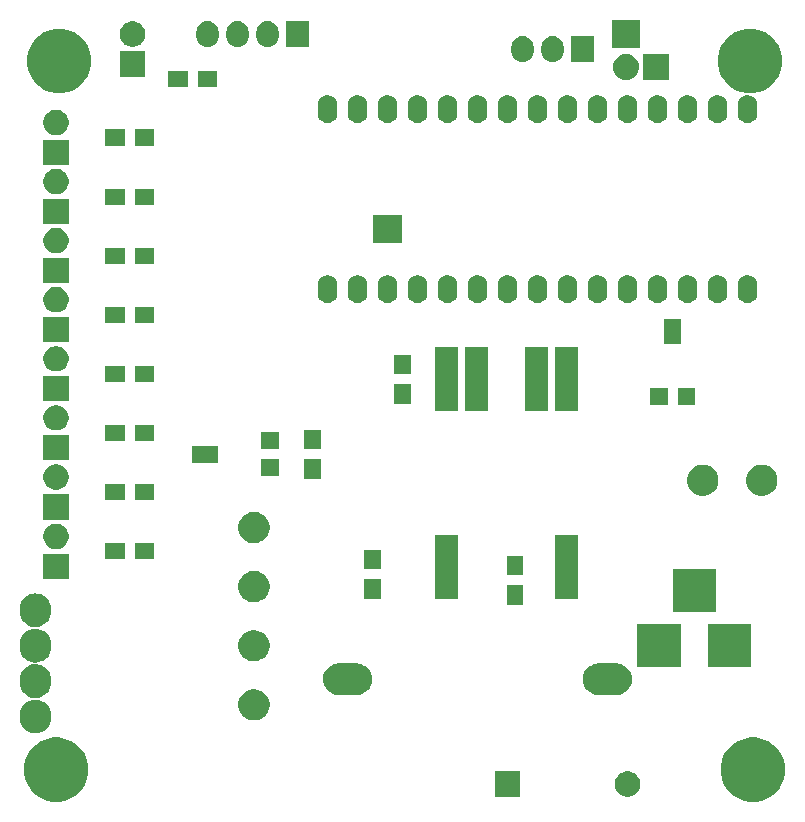
<source format=gts>
G04 #@! TF.GenerationSoftware,KiCad,Pcbnew,5.0.0-rc2*
G04 #@! TF.CreationDate,2019-05-01T21:11:32-04:00*
G04 #@! TF.ProjectId,gassensor,67617373656E736F722E6B696361645F,rev?*
G04 #@! TF.SameCoordinates,Original*
G04 #@! TF.FileFunction,Soldermask,Top*
G04 #@! TF.FilePolarity,Negative*
%FSLAX46Y46*%
G04 Gerber Fmt 4.6, Leading zero omitted, Abs format (unit mm)*
G04 Created by KiCad (PCBNEW 5.0.0-rc2) date Wed May  1 21:11:32 2019*
%MOMM*%
%LPD*%
G01*
G04 APERTURE LIST*
%ADD10C,0.100000*%
G04 APERTURE END LIST*
D10*
G36*
X162545205Y-121878566D02*
X163041338Y-122084071D01*
X163487852Y-122382423D01*
X163867577Y-122762148D01*
X164165929Y-123208662D01*
X164371434Y-123704795D01*
X164476200Y-124231493D01*
X164476200Y-124768507D01*
X164371434Y-125295205D01*
X164165929Y-125791338D01*
X163998958Y-126041227D01*
X163868155Y-126236988D01*
X163867577Y-126237852D01*
X163487852Y-126617577D01*
X163041338Y-126915929D01*
X162545205Y-127121434D01*
X162018507Y-127226200D01*
X161481493Y-127226200D01*
X160954795Y-127121434D01*
X160458662Y-126915929D01*
X160012148Y-126617577D01*
X159632423Y-126237852D01*
X159631846Y-126236988D01*
X159501042Y-126041227D01*
X159334071Y-125791338D01*
X159128566Y-125295205D01*
X159023800Y-124768507D01*
X159023800Y-124231493D01*
X159128566Y-123704795D01*
X159334071Y-123208662D01*
X159632423Y-122762148D01*
X160012148Y-122382423D01*
X160458662Y-122084071D01*
X160954795Y-121878566D01*
X161481493Y-121773800D01*
X162018507Y-121773800D01*
X162545205Y-121878566D01*
X162545205Y-121878566D01*
G37*
G36*
X103545205Y-121878566D02*
X104041338Y-122084071D01*
X104487852Y-122382423D01*
X104867577Y-122762148D01*
X105165929Y-123208662D01*
X105371434Y-123704795D01*
X105476200Y-124231493D01*
X105476200Y-124768507D01*
X105371434Y-125295205D01*
X105165929Y-125791338D01*
X104998958Y-126041227D01*
X104868155Y-126236988D01*
X104867577Y-126237852D01*
X104487852Y-126617577D01*
X104041338Y-126915929D01*
X103545205Y-127121434D01*
X103018507Y-127226200D01*
X102481493Y-127226200D01*
X101954795Y-127121434D01*
X101458662Y-126915929D01*
X101012148Y-126617577D01*
X100632423Y-126237852D01*
X100631846Y-126236988D01*
X100501042Y-126041227D01*
X100334071Y-125791338D01*
X100128566Y-125295205D01*
X100023800Y-124768507D01*
X100023800Y-124231493D01*
X100128566Y-123704795D01*
X100334071Y-123208662D01*
X100632423Y-122762148D01*
X101012148Y-122382423D01*
X101458662Y-122084071D01*
X101954795Y-121878566D01*
X102481493Y-121773800D01*
X103018507Y-121773800D01*
X103545205Y-121878566D01*
X103545205Y-121878566D01*
G37*
G36*
X142045690Y-126803150D02*
X139894310Y-126803150D01*
X139894310Y-124651770D01*
X142045690Y-124651770D01*
X142045690Y-126803150D01*
X142045690Y-126803150D01*
G37*
G36*
X151443769Y-124693108D02*
X151639528Y-124774194D01*
X151815714Y-124891918D01*
X151965542Y-125041746D01*
X152083266Y-125217932D01*
X152164352Y-125413691D01*
X152205690Y-125621514D01*
X152205690Y-125833406D01*
X152164352Y-126041229D01*
X152083266Y-126236988D01*
X151965542Y-126413174D01*
X151815714Y-126563002D01*
X151639528Y-126680726D01*
X151443769Y-126761812D01*
X151235946Y-126803150D01*
X151024054Y-126803150D01*
X150816231Y-126761812D01*
X150620472Y-126680726D01*
X150444286Y-126563002D01*
X150294458Y-126413174D01*
X150176734Y-126236988D01*
X150095648Y-126041229D01*
X150054310Y-125833406D01*
X150054310Y-125621514D01*
X150095648Y-125413691D01*
X150176734Y-125217932D01*
X150294458Y-125041746D01*
X150444286Y-124891918D01*
X150620472Y-124774194D01*
X150816231Y-124693108D01*
X151024054Y-124651770D01*
X151235946Y-124651770D01*
X151443769Y-124693108D01*
X151443769Y-124693108D01*
G37*
G36*
X101259976Y-118592989D02*
X101326471Y-118613160D01*
X101509969Y-118668823D01*
X101740361Y-118791970D01*
X101942301Y-118957698D01*
X102108029Y-119159638D01*
X102229470Y-119386838D01*
X102231176Y-119390030D01*
X102307010Y-119640023D01*
X102326199Y-119834852D01*
X102326200Y-120165148D01*
X102307011Y-120359976D01*
X102307010Y-120359979D01*
X102231177Y-120609969D01*
X102108030Y-120840361D01*
X101942302Y-121042301D01*
X101740362Y-121208029D01*
X101509970Y-121331176D01*
X101259977Y-121407010D01*
X100999999Y-121432617D01*
X100740024Y-121407011D01*
X100490031Y-121331177D01*
X100490029Y-121331176D01*
X100259639Y-121208030D01*
X100057699Y-121042302D01*
X99891971Y-120840362D01*
X99768824Y-120609970D01*
X99692991Y-120359980D01*
X99692991Y-120359979D01*
X99692990Y-120359977D01*
X99673801Y-120165148D01*
X99673800Y-119834852D01*
X99692989Y-119640024D01*
X99768823Y-119390031D01*
X99891971Y-119159638D01*
X100057698Y-118957699D01*
X100259637Y-118791972D01*
X100259636Y-118791972D01*
X100259638Y-118791971D01*
X100490030Y-118668824D01*
X100490033Y-118668823D01*
X100740023Y-118592990D01*
X101000001Y-118567383D01*
X101259976Y-118592989D01*
X101259976Y-118592989D01*
G37*
G36*
X119886840Y-117724765D02*
X120128189Y-117824735D01*
X120345405Y-117969874D01*
X120530126Y-118154595D01*
X120675265Y-118371811D01*
X120775235Y-118613160D01*
X120826200Y-118869381D01*
X120826200Y-119130619D01*
X120775235Y-119386840D01*
X120675265Y-119628189D01*
X120530126Y-119845405D01*
X120345405Y-120030126D01*
X120128189Y-120175265D01*
X119886840Y-120275235D01*
X119630619Y-120326200D01*
X119369381Y-120326200D01*
X119113160Y-120275235D01*
X118871811Y-120175265D01*
X118654595Y-120030126D01*
X118469874Y-119845405D01*
X118324735Y-119628189D01*
X118224765Y-119386840D01*
X118173800Y-119130619D01*
X118173800Y-118869381D01*
X118224765Y-118613160D01*
X118324735Y-118371811D01*
X118469874Y-118154595D01*
X118654595Y-117969874D01*
X118871811Y-117824735D01*
X119113160Y-117724765D01*
X119369381Y-117673800D01*
X119630619Y-117673800D01*
X119886840Y-117724765D01*
X119886840Y-117724765D01*
G37*
G36*
X101259976Y-115592989D02*
X101313153Y-115609120D01*
X101509969Y-115668823D01*
X101740361Y-115791970D01*
X101942301Y-115957698D01*
X102108029Y-116159638D01*
X102199171Y-116330153D01*
X102231176Y-116390030D01*
X102307010Y-116640023D01*
X102326199Y-116834852D01*
X102326200Y-117165148D01*
X102307011Y-117359976D01*
X102307010Y-117359979D01*
X102231177Y-117609969D01*
X102108030Y-117840361D01*
X101942302Y-118042301D01*
X101740362Y-118208029D01*
X101509970Y-118331176D01*
X101259977Y-118407010D01*
X100999999Y-118432617D01*
X100740024Y-118407011D01*
X100490031Y-118331177D01*
X100490029Y-118331176D01*
X100259639Y-118208030D01*
X100057699Y-118042302D01*
X99891971Y-117840362D01*
X99768824Y-117609970D01*
X99692991Y-117359980D01*
X99692991Y-117359979D01*
X99692990Y-117359977D01*
X99673801Y-117165148D01*
X99673800Y-116834852D01*
X99692989Y-116640024D01*
X99768823Y-116390031D01*
X99768824Y-116390030D01*
X99891970Y-116159639D01*
X100057698Y-115957699D01*
X100259638Y-115791971D01*
X100490030Y-115668824D01*
X100740020Y-115592991D01*
X100740023Y-115592990D01*
X101000001Y-115567383D01*
X101259976Y-115592989D01*
X101259976Y-115592989D01*
G37*
G36*
X128439744Y-115533304D02*
X128439747Y-115533305D01*
X128439748Y-115533305D01*
X128636500Y-115592989D01*
X128689677Y-115609120D01*
X128920015Y-115732238D01*
X129121905Y-115897925D01*
X129287592Y-116099815D01*
X129410710Y-116330153D01*
X129486526Y-116580086D01*
X129512126Y-116840000D01*
X129486526Y-117099914D01*
X129486525Y-117099917D01*
X129486525Y-117099918D01*
X129466738Y-117165148D01*
X129410710Y-117349847D01*
X129287592Y-117580185D01*
X129121905Y-117782075D01*
X128920015Y-117947762D01*
X128920013Y-117947763D01*
X128689677Y-118070880D01*
X128439748Y-118146695D01*
X128439747Y-118146695D01*
X128439744Y-118146696D01*
X128244967Y-118165880D01*
X126613553Y-118165880D01*
X126418776Y-118146696D01*
X126418773Y-118146695D01*
X126418772Y-118146695D01*
X126168843Y-118070880D01*
X125938507Y-117947763D01*
X125938505Y-117947762D01*
X125736615Y-117782075D01*
X125570928Y-117580185D01*
X125447810Y-117349847D01*
X125391782Y-117165148D01*
X125371995Y-117099918D01*
X125371995Y-117099917D01*
X125371994Y-117099914D01*
X125346394Y-116840000D01*
X125371994Y-116580086D01*
X125447810Y-116330153D01*
X125570928Y-116099815D01*
X125736615Y-115897925D01*
X125938505Y-115732238D01*
X126168843Y-115609120D01*
X126222020Y-115592989D01*
X126418772Y-115533305D01*
X126418773Y-115533305D01*
X126418776Y-115533304D01*
X126613553Y-115514120D01*
X128244967Y-115514120D01*
X128439744Y-115533304D01*
X128439744Y-115533304D01*
G37*
G36*
X150441224Y-115533304D02*
X150441227Y-115533305D01*
X150441228Y-115533305D01*
X150637980Y-115592989D01*
X150691157Y-115609120D01*
X150921495Y-115732238D01*
X151123385Y-115897925D01*
X151289072Y-116099815D01*
X151412190Y-116330153D01*
X151488006Y-116580086D01*
X151513606Y-116840000D01*
X151488006Y-117099914D01*
X151488005Y-117099917D01*
X151488005Y-117099918D01*
X151468218Y-117165148D01*
X151412190Y-117349847D01*
X151289072Y-117580185D01*
X151123385Y-117782075D01*
X150921495Y-117947762D01*
X150921493Y-117947763D01*
X150691157Y-118070880D01*
X150441228Y-118146695D01*
X150441227Y-118146695D01*
X150441224Y-118146696D01*
X150246447Y-118165880D01*
X148615033Y-118165880D01*
X148420256Y-118146696D01*
X148420253Y-118146695D01*
X148420252Y-118146695D01*
X148170323Y-118070880D01*
X147939987Y-117947763D01*
X147939985Y-117947762D01*
X147738095Y-117782075D01*
X147572408Y-117580185D01*
X147449290Y-117349847D01*
X147393262Y-117165148D01*
X147373475Y-117099918D01*
X147373475Y-117099917D01*
X147373474Y-117099914D01*
X147347874Y-116840000D01*
X147373474Y-116580086D01*
X147449290Y-116330153D01*
X147572408Y-116099815D01*
X147738095Y-115897925D01*
X147939985Y-115732238D01*
X148170323Y-115609120D01*
X148223500Y-115592989D01*
X148420252Y-115533305D01*
X148420253Y-115533305D01*
X148420256Y-115533304D01*
X148615033Y-115514120D01*
X150246447Y-115514120D01*
X150441224Y-115533304D01*
X150441224Y-115533304D01*
G37*
G36*
X155626120Y-115826260D02*
X151973600Y-115826260D01*
X151973600Y-112173740D01*
X155626120Y-112173740D01*
X155626120Y-115826260D01*
X155626120Y-115826260D01*
G37*
G36*
X161625600Y-115826260D02*
X157973080Y-115826260D01*
X157973080Y-112173740D01*
X161625600Y-112173740D01*
X161625600Y-115826260D01*
X161625600Y-115826260D01*
G37*
G36*
X101259976Y-112592989D02*
X101509969Y-112668823D01*
X101740361Y-112791970D01*
X101942301Y-112957698D01*
X102108029Y-113159638D01*
X102221437Y-113371809D01*
X102231176Y-113390030D01*
X102307010Y-113640023D01*
X102326199Y-113834852D01*
X102326200Y-114165148D01*
X102307011Y-114359976D01*
X102298862Y-114386840D01*
X102231177Y-114609969D01*
X102108030Y-114840361D01*
X101942302Y-115042301D01*
X101740362Y-115208029D01*
X101614628Y-115275235D01*
X101509970Y-115331176D01*
X101259977Y-115407010D01*
X100999999Y-115432617D01*
X100740024Y-115407011D01*
X100490031Y-115331177D01*
X100385371Y-115275235D01*
X100259639Y-115208030D01*
X100057699Y-115042302D01*
X99891971Y-114840362D01*
X99768824Y-114609970D01*
X99692991Y-114359980D01*
X99692991Y-114359979D01*
X99692990Y-114359977D01*
X99673801Y-114165148D01*
X99673800Y-113834852D01*
X99692989Y-113640024D01*
X99768823Y-113390031D01*
X99891971Y-113159638D01*
X100057698Y-112957699D01*
X100259637Y-112791972D01*
X100259636Y-112791972D01*
X100259638Y-112791971D01*
X100490030Y-112668824D01*
X100740020Y-112592991D01*
X100740023Y-112592990D01*
X101000001Y-112567383D01*
X101259976Y-112592989D01*
X101259976Y-112592989D01*
G37*
G36*
X119886840Y-112724765D02*
X120128189Y-112824735D01*
X120345405Y-112969874D01*
X120530126Y-113154595D01*
X120675265Y-113371811D01*
X120775235Y-113613160D01*
X120826200Y-113869381D01*
X120826200Y-114130619D01*
X120775235Y-114386840D01*
X120675265Y-114628189D01*
X120530126Y-114845405D01*
X120345405Y-115030126D01*
X120128189Y-115175265D01*
X119886840Y-115275235D01*
X119630619Y-115326200D01*
X119369381Y-115326200D01*
X119113160Y-115275235D01*
X118871811Y-115175265D01*
X118654595Y-115030126D01*
X118469874Y-114845405D01*
X118324735Y-114628189D01*
X118224765Y-114386840D01*
X118173800Y-114130619D01*
X118173800Y-113869381D01*
X118224765Y-113613160D01*
X118324735Y-113371811D01*
X118469874Y-113154595D01*
X118654595Y-112969874D01*
X118871811Y-112824735D01*
X119113160Y-112724765D01*
X119369381Y-112673800D01*
X119630619Y-112673800D01*
X119886840Y-112724765D01*
X119886840Y-112724765D01*
G37*
G36*
X101259976Y-109592989D02*
X101376016Y-109628189D01*
X101509969Y-109668823D01*
X101740361Y-109791970D01*
X101942301Y-109957698D01*
X102108029Y-110159638D01*
X102169817Y-110275235D01*
X102231176Y-110390030D01*
X102307010Y-110640023D01*
X102326199Y-110834852D01*
X102326200Y-111165148D01*
X102307011Y-111359976D01*
X102307010Y-111359979D01*
X102231177Y-111609969D01*
X102108030Y-111840361D01*
X101942302Y-112042301D01*
X101740362Y-112208029D01*
X101509970Y-112331176D01*
X101259977Y-112407010D01*
X100999999Y-112432617D01*
X100740024Y-112407011D01*
X100490031Y-112331177D01*
X100490029Y-112331176D01*
X100259639Y-112208030D01*
X100057699Y-112042302D01*
X99891971Y-111840362D01*
X99768824Y-111609970D01*
X99692991Y-111359980D01*
X99692991Y-111359979D01*
X99692990Y-111359977D01*
X99673801Y-111165148D01*
X99673800Y-110834852D01*
X99692989Y-110640024D01*
X99768823Y-110390031D01*
X99891971Y-110159638D01*
X100057698Y-109957699D01*
X100259637Y-109791972D01*
X100259636Y-109791972D01*
X100259638Y-109791971D01*
X100490030Y-109668824D01*
X100740020Y-109592991D01*
X100740023Y-109592990D01*
X101000001Y-109567383D01*
X101259976Y-109592989D01*
X101259976Y-109592989D01*
G37*
G36*
X158625860Y-111127260D02*
X154973340Y-111127260D01*
X154973340Y-107474740D01*
X158625860Y-107474740D01*
X158625860Y-111127260D01*
X158625860Y-111127260D01*
G37*
G36*
X142306200Y-110534200D02*
X140903800Y-110534200D01*
X140903800Y-108881800D01*
X142306200Y-108881800D01*
X142306200Y-110534200D01*
X142306200Y-110534200D01*
G37*
G36*
X119886840Y-107724765D02*
X120128189Y-107824735D01*
X120345405Y-107969874D01*
X120530126Y-108154595D01*
X120675265Y-108371811D01*
X120775235Y-108613160D01*
X120826200Y-108869381D01*
X120826200Y-109130619D01*
X120775235Y-109386840D01*
X120675265Y-109628189D01*
X120530126Y-109845405D01*
X120345405Y-110030126D01*
X120128189Y-110175265D01*
X119886840Y-110275235D01*
X119630619Y-110326200D01*
X119369381Y-110326200D01*
X119113160Y-110275235D01*
X118871811Y-110175265D01*
X118654595Y-110030126D01*
X118469874Y-109845405D01*
X118324735Y-109628189D01*
X118224765Y-109386840D01*
X118173800Y-109130619D01*
X118173800Y-108869381D01*
X118224765Y-108613160D01*
X118324735Y-108371811D01*
X118469874Y-108154595D01*
X118654595Y-107969874D01*
X118871811Y-107824735D01*
X119113160Y-107724765D01*
X119369381Y-107673800D01*
X119630619Y-107673800D01*
X119886840Y-107724765D01*
X119886840Y-107724765D01*
G37*
G36*
X130241200Y-110026200D02*
X128838800Y-110026200D01*
X128838800Y-108373800D01*
X130241200Y-108373800D01*
X130241200Y-110026200D01*
X130241200Y-110026200D01*
G37*
G36*
X136790000Y-110015000D02*
X134790000Y-110015000D01*
X134790000Y-104615000D01*
X136790000Y-104615000D01*
X136790000Y-110015000D01*
X136790000Y-110015000D01*
G37*
G36*
X146950000Y-110015000D02*
X144950000Y-110015000D01*
X144950000Y-104615000D01*
X146950000Y-104615000D01*
X146950000Y-110015000D01*
X146950000Y-110015000D01*
G37*
G36*
X103826200Y-108366200D02*
X101673800Y-108366200D01*
X101673800Y-106213800D01*
X103826200Y-106213800D01*
X103826200Y-108366200D01*
X103826200Y-108366200D01*
G37*
G36*
X142306200Y-108034200D02*
X140903800Y-108034200D01*
X140903800Y-106381800D01*
X142306200Y-106381800D01*
X142306200Y-108034200D01*
X142306200Y-108034200D01*
G37*
G36*
X130241200Y-107526200D02*
X128838800Y-107526200D01*
X128838800Y-105873800D01*
X130241200Y-105873800D01*
X130241200Y-107526200D01*
X130241200Y-107526200D01*
G37*
G36*
X111076200Y-106701200D02*
X109423800Y-106701200D01*
X109423800Y-105298800D01*
X111076200Y-105298800D01*
X111076200Y-106701200D01*
X111076200Y-106701200D01*
G37*
G36*
X108576200Y-106701200D02*
X106923800Y-106701200D01*
X106923800Y-105298800D01*
X108576200Y-105298800D01*
X108576200Y-106701200D01*
X108576200Y-106701200D01*
G37*
G36*
X103063918Y-103715158D02*
X103259770Y-103796283D01*
X103259772Y-103796284D01*
X103347905Y-103855173D01*
X103436039Y-103914062D01*
X103585938Y-104063961D01*
X103703717Y-104240230D01*
X103784842Y-104436082D01*
X103826200Y-104644004D01*
X103826200Y-104855996D01*
X103784842Y-105063918D01*
X103703717Y-105259770D01*
X103585938Y-105436039D01*
X103436039Y-105585938D01*
X103347904Y-105644828D01*
X103259772Y-105703716D01*
X103259771Y-105703717D01*
X103259770Y-105703717D01*
X103063918Y-105784842D01*
X102855996Y-105826200D01*
X102644004Y-105826200D01*
X102436082Y-105784842D01*
X102240230Y-105703717D01*
X102240229Y-105703717D01*
X102240228Y-105703716D01*
X102152096Y-105644828D01*
X102063961Y-105585938D01*
X101914062Y-105436039D01*
X101796283Y-105259770D01*
X101715158Y-105063918D01*
X101673800Y-104855996D01*
X101673800Y-104644004D01*
X101715158Y-104436082D01*
X101796283Y-104240230D01*
X101914062Y-104063961D01*
X102063961Y-103914062D01*
X102152095Y-103855173D01*
X102240228Y-103796284D01*
X102240230Y-103796283D01*
X102436082Y-103715158D01*
X102644004Y-103673800D01*
X102855996Y-103673800D01*
X103063918Y-103715158D01*
X103063918Y-103715158D01*
G37*
G36*
X119886840Y-102724765D02*
X120128189Y-102824735D01*
X120345405Y-102969874D01*
X120530126Y-103154595D01*
X120675265Y-103371811D01*
X120775235Y-103613160D01*
X120826200Y-103869381D01*
X120826200Y-104130619D01*
X120775235Y-104386840D01*
X120675265Y-104628189D01*
X120530126Y-104845405D01*
X120345405Y-105030126D01*
X120128189Y-105175265D01*
X119886840Y-105275235D01*
X119630619Y-105326200D01*
X119369381Y-105326200D01*
X119113160Y-105275235D01*
X118871811Y-105175265D01*
X118654595Y-105030126D01*
X118469874Y-104845405D01*
X118324735Y-104628189D01*
X118224765Y-104386840D01*
X118173800Y-104130619D01*
X118173800Y-103869381D01*
X118224765Y-103613160D01*
X118324735Y-103371811D01*
X118469874Y-103154595D01*
X118654595Y-102969874D01*
X118871811Y-102824735D01*
X119113160Y-102724765D01*
X119369381Y-102673800D01*
X119630619Y-102673800D01*
X119886840Y-102724765D01*
X119886840Y-102724765D01*
G37*
G36*
X103826200Y-103326200D02*
X101673800Y-103326200D01*
X101673800Y-101173800D01*
X103826200Y-101173800D01*
X103826200Y-103326200D01*
X103826200Y-103326200D01*
G37*
G36*
X108576200Y-101701200D02*
X106923800Y-101701200D01*
X106923800Y-100298800D01*
X108576200Y-100298800D01*
X108576200Y-101701200D01*
X108576200Y-101701200D01*
G37*
G36*
X111076200Y-101701200D02*
X109423800Y-101701200D01*
X109423800Y-100298800D01*
X111076200Y-100298800D01*
X111076200Y-101701200D01*
X111076200Y-101701200D01*
G37*
G36*
X162886840Y-98724765D02*
X163128189Y-98824735D01*
X163345405Y-98969874D01*
X163530126Y-99154595D01*
X163675265Y-99371811D01*
X163775235Y-99613160D01*
X163826200Y-99869381D01*
X163826200Y-100130619D01*
X163775235Y-100386840D01*
X163675265Y-100628189D01*
X163530126Y-100845405D01*
X163345405Y-101030126D01*
X163128189Y-101175265D01*
X162886840Y-101275235D01*
X162630619Y-101326200D01*
X162369381Y-101326200D01*
X162113160Y-101275235D01*
X161871811Y-101175265D01*
X161654595Y-101030126D01*
X161469874Y-100845405D01*
X161324735Y-100628189D01*
X161224765Y-100386840D01*
X161173800Y-100130619D01*
X161173800Y-99869381D01*
X161224765Y-99613160D01*
X161324735Y-99371811D01*
X161469874Y-99154595D01*
X161654595Y-98969874D01*
X161871811Y-98824735D01*
X162113160Y-98724765D01*
X162369381Y-98673800D01*
X162630619Y-98673800D01*
X162886840Y-98724765D01*
X162886840Y-98724765D01*
G37*
G36*
X157886840Y-98724765D02*
X158128189Y-98824735D01*
X158345405Y-98969874D01*
X158530126Y-99154595D01*
X158675265Y-99371811D01*
X158775235Y-99613160D01*
X158826200Y-99869381D01*
X158826200Y-100130619D01*
X158775235Y-100386840D01*
X158675265Y-100628189D01*
X158530126Y-100845405D01*
X158345405Y-101030126D01*
X158128189Y-101175265D01*
X157886840Y-101275235D01*
X157630619Y-101326200D01*
X157369381Y-101326200D01*
X157113160Y-101275235D01*
X156871811Y-101175265D01*
X156654595Y-101030126D01*
X156469874Y-100845405D01*
X156324735Y-100628189D01*
X156224765Y-100386840D01*
X156173800Y-100130619D01*
X156173800Y-99869381D01*
X156224765Y-99613160D01*
X156324735Y-99371811D01*
X156469874Y-99154595D01*
X156654595Y-98969874D01*
X156871811Y-98824735D01*
X157113160Y-98724765D01*
X157369381Y-98673800D01*
X157630619Y-98673800D01*
X157886840Y-98724765D01*
X157886840Y-98724765D01*
G37*
G36*
X103063918Y-98675158D02*
X103259770Y-98756283D01*
X103259772Y-98756284D01*
X103347904Y-98815172D01*
X103436039Y-98874062D01*
X103585938Y-99023961D01*
X103703717Y-99200230D01*
X103784842Y-99396082D01*
X103826200Y-99604004D01*
X103826200Y-99815996D01*
X103784842Y-100023918D01*
X103703717Y-100219770D01*
X103585938Y-100396039D01*
X103436039Y-100545938D01*
X103347904Y-100604828D01*
X103259772Y-100663716D01*
X103259771Y-100663717D01*
X103259770Y-100663717D01*
X103063918Y-100744842D01*
X102855996Y-100786200D01*
X102644004Y-100786200D01*
X102436082Y-100744842D01*
X102240230Y-100663717D01*
X102240229Y-100663717D01*
X102240228Y-100663716D01*
X102152096Y-100604828D01*
X102063961Y-100545938D01*
X101914062Y-100396039D01*
X101796283Y-100219770D01*
X101715158Y-100023918D01*
X101673800Y-99815996D01*
X101673800Y-99604004D01*
X101715158Y-99396082D01*
X101796283Y-99200230D01*
X101914062Y-99023961D01*
X102063961Y-98874062D01*
X102152096Y-98815172D01*
X102240228Y-98756284D01*
X102240230Y-98756283D01*
X102436082Y-98675158D01*
X102644004Y-98633800D01*
X102855996Y-98633800D01*
X103063918Y-98675158D01*
X103063918Y-98675158D01*
G37*
G36*
X125161200Y-99866200D02*
X123758800Y-99866200D01*
X123758800Y-98213800D01*
X125161200Y-98213800D01*
X125161200Y-99866200D01*
X125161200Y-99866200D01*
G37*
G36*
X121586200Y-99666200D02*
X120133800Y-99666200D01*
X120133800Y-98213800D01*
X121586200Y-98213800D01*
X121586200Y-99666200D01*
X121586200Y-99666200D01*
G37*
G36*
X116436200Y-98516200D02*
X114283800Y-98516200D01*
X114283800Y-97063800D01*
X116436200Y-97063800D01*
X116436200Y-98516200D01*
X116436200Y-98516200D01*
G37*
G36*
X103826200Y-98326200D02*
X101673800Y-98326200D01*
X101673800Y-96173800D01*
X103826200Y-96173800D01*
X103826200Y-98326200D01*
X103826200Y-98326200D01*
G37*
G36*
X125161200Y-97366200D02*
X123758800Y-97366200D01*
X123758800Y-95713800D01*
X125161200Y-95713800D01*
X125161200Y-97366200D01*
X125161200Y-97366200D01*
G37*
G36*
X121586200Y-97366200D02*
X120133800Y-97366200D01*
X120133800Y-95913800D01*
X121586200Y-95913800D01*
X121586200Y-97366200D01*
X121586200Y-97366200D01*
G37*
G36*
X111076200Y-96701200D02*
X109423800Y-96701200D01*
X109423800Y-95298800D01*
X111076200Y-95298800D01*
X111076200Y-96701200D01*
X111076200Y-96701200D01*
G37*
G36*
X108576200Y-96701200D02*
X106923800Y-96701200D01*
X106923800Y-95298800D01*
X108576200Y-95298800D01*
X108576200Y-96701200D01*
X108576200Y-96701200D01*
G37*
G36*
X103063918Y-93675158D02*
X103259770Y-93756283D01*
X103259772Y-93756284D01*
X103347905Y-93815173D01*
X103436039Y-93874062D01*
X103585938Y-94023961D01*
X103703717Y-94200230D01*
X103784842Y-94396082D01*
X103826200Y-94604004D01*
X103826200Y-94815996D01*
X103784842Y-95023918D01*
X103703717Y-95219770D01*
X103585938Y-95396039D01*
X103436039Y-95545938D01*
X103347905Y-95604827D01*
X103259772Y-95663716D01*
X103259771Y-95663717D01*
X103259770Y-95663717D01*
X103063918Y-95744842D01*
X102855996Y-95786200D01*
X102644004Y-95786200D01*
X102436082Y-95744842D01*
X102240230Y-95663717D01*
X102240229Y-95663717D01*
X102240228Y-95663716D01*
X102152095Y-95604827D01*
X102063961Y-95545938D01*
X101914062Y-95396039D01*
X101796283Y-95219770D01*
X101715158Y-95023918D01*
X101673800Y-94815996D01*
X101673800Y-94604004D01*
X101715158Y-94396082D01*
X101796283Y-94200230D01*
X101914062Y-94023961D01*
X102063961Y-93874062D01*
X102152095Y-93815173D01*
X102240228Y-93756284D01*
X102240230Y-93756283D01*
X102436082Y-93675158D01*
X102644004Y-93633800D01*
X102855996Y-93633800D01*
X103063918Y-93675158D01*
X103063918Y-93675158D01*
G37*
G36*
X144410000Y-94140000D02*
X142410000Y-94140000D01*
X142410000Y-88740000D01*
X144410000Y-88740000D01*
X144410000Y-94140000D01*
X144410000Y-94140000D01*
G37*
G36*
X139330000Y-94140000D02*
X137330000Y-94140000D01*
X137330000Y-88740000D01*
X139330000Y-88740000D01*
X139330000Y-94140000D01*
X139330000Y-94140000D01*
G37*
G36*
X136790000Y-94140000D02*
X134790000Y-94140000D01*
X134790000Y-88740000D01*
X136790000Y-88740000D01*
X136790000Y-94140000D01*
X136790000Y-94140000D01*
G37*
G36*
X146950000Y-94140000D02*
X144950000Y-94140000D01*
X144950000Y-88740000D01*
X146950000Y-88740000D01*
X146950000Y-94140000D01*
X146950000Y-94140000D01*
G37*
G36*
X156816200Y-93646200D02*
X155363800Y-93646200D01*
X155363800Y-92193800D01*
X156816200Y-92193800D01*
X156816200Y-93646200D01*
X156816200Y-93646200D01*
G37*
G36*
X154516200Y-93646200D02*
X153063800Y-93646200D01*
X153063800Y-92193800D01*
X154516200Y-92193800D01*
X154516200Y-93646200D01*
X154516200Y-93646200D01*
G37*
G36*
X132781200Y-93516200D02*
X131378800Y-93516200D01*
X131378800Y-91863800D01*
X132781200Y-91863800D01*
X132781200Y-93516200D01*
X132781200Y-93516200D01*
G37*
G36*
X103826200Y-93326200D02*
X101673800Y-93326200D01*
X101673800Y-91173800D01*
X103826200Y-91173800D01*
X103826200Y-93326200D01*
X103826200Y-93326200D01*
G37*
G36*
X108576200Y-91701200D02*
X106923800Y-91701200D01*
X106923800Y-90298800D01*
X108576200Y-90298800D01*
X108576200Y-91701200D01*
X108576200Y-91701200D01*
G37*
G36*
X111076200Y-91701200D02*
X109423800Y-91701200D01*
X109423800Y-90298800D01*
X111076200Y-90298800D01*
X111076200Y-91701200D01*
X111076200Y-91701200D01*
G37*
G36*
X132781200Y-91016200D02*
X131378800Y-91016200D01*
X131378800Y-89363800D01*
X132781200Y-89363800D01*
X132781200Y-91016200D01*
X132781200Y-91016200D01*
G37*
G36*
X103063918Y-88675158D02*
X103259770Y-88756283D01*
X103259772Y-88756284D01*
X103347905Y-88815173D01*
X103436039Y-88874062D01*
X103585938Y-89023961D01*
X103703717Y-89200230D01*
X103784842Y-89396082D01*
X103826200Y-89604004D01*
X103826200Y-89815996D01*
X103784842Y-90023918D01*
X103703717Y-90219770D01*
X103585938Y-90396039D01*
X103436039Y-90545938D01*
X103347905Y-90604827D01*
X103259772Y-90663716D01*
X103259771Y-90663717D01*
X103259770Y-90663717D01*
X103063918Y-90744842D01*
X102855996Y-90786200D01*
X102644004Y-90786200D01*
X102436082Y-90744842D01*
X102240230Y-90663717D01*
X102240229Y-90663717D01*
X102240228Y-90663716D01*
X102152095Y-90604827D01*
X102063961Y-90545938D01*
X101914062Y-90396039D01*
X101796283Y-90219770D01*
X101715158Y-90023918D01*
X101673800Y-89815996D01*
X101673800Y-89604004D01*
X101715158Y-89396082D01*
X101796283Y-89200230D01*
X101914062Y-89023961D01*
X102063961Y-88874062D01*
X102152095Y-88815173D01*
X102240228Y-88756284D01*
X102240230Y-88756283D01*
X102436082Y-88675158D01*
X102644004Y-88633800D01*
X102855996Y-88633800D01*
X103063918Y-88675158D01*
X103063918Y-88675158D01*
G37*
G36*
X155666200Y-88496200D02*
X154213800Y-88496200D01*
X154213800Y-86343800D01*
X155666200Y-86343800D01*
X155666200Y-88496200D01*
X155666200Y-88496200D01*
G37*
G36*
X103826200Y-88326200D02*
X101673800Y-88326200D01*
X101673800Y-86173800D01*
X103826200Y-86173800D01*
X103826200Y-88326200D01*
X103826200Y-88326200D01*
G37*
G36*
X111076200Y-86701200D02*
X109423800Y-86701200D01*
X109423800Y-85298800D01*
X111076200Y-85298800D01*
X111076200Y-86701200D01*
X111076200Y-86701200D01*
G37*
G36*
X108576200Y-86701200D02*
X106923800Y-86701200D01*
X106923800Y-85298800D01*
X108576200Y-85298800D01*
X108576200Y-86701200D01*
X108576200Y-86701200D01*
G37*
G36*
X103063918Y-83675158D02*
X103259770Y-83756283D01*
X103259772Y-83756284D01*
X103347905Y-83815173D01*
X103436039Y-83874062D01*
X103585938Y-84023961D01*
X103585939Y-84023963D01*
X103702889Y-84198990D01*
X103703717Y-84200230D01*
X103784842Y-84396082D01*
X103826200Y-84604004D01*
X103826200Y-84815996D01*
X103784842Y-85023918D01*
X103703717Y-85219770D01*
X103585938Y-85396039D01*
X103436039Y-85545938D01*
X103347904Y-85604828D01*
X103259772Y-85663716D01*
X103259771Y-85663717D01*
X103259770Y-85663717D01*
X103063918Y-85744842D01*
X102855996Y-85786200D01*
X102644004Y-85786200D01*
X102436082Y-85744842D01*
X102240230Y-85663717D01*
X102240229Y-85663717D01*
X102240228Y-85663716D01*
X102152096Y-85604828D01*
X102063961Y-85545938D01*
X101914062Y-85396039D01*
X101796283Y-85219770D01*
X101715158Y-85023918D01*
X101673800Y-84815996D01*
X101673800Y-84604004D01*
X101715158Y-84396082D01*
X101796283Y-84200230D01*
X101797112Y-84198990D01*
X101914061Y-84023963D01*
X101914062Y-84023961D01*
X102063961Y-83874062D01*
X102152095Y-83815173D01*
X102240228Y-83756284D01*
X102240230Y-83756283D01*
X102436082Y-83675158D01*
X102644004Y-83633800D01*
X102855996Y-83633800D01*
X103063918Y-83675158D01*
X103063918Y-83675158D01*
G37*
G36*
X125894312Y-82656109D02*
X125894315Y-82656110D01*
X125894316Y-82656110D01*
X125931361Y-82667347D01*
X126052316Y-82704038D01*
X126197933Y-82781872D01*
X126325564Y-82886617D01*
X126430309Y-83014248D01*
X126508143Y-83159865D01*
X126508528Y-83161135D01*
X126556071Y-83317864D01*
X126556072Y-83317869D01*
X126568200Y-83441006D01*
X126568199Y-84198995D01*
X126556071Y-84322132D01*
X126508142Y-84480136D01*
X126430308Y-84625753D01*
X126325563Y-84753384D01*
X126197932Y-84858129D01*
X126052315Y-84935963D01*
X125931360Y-84972654D01*
X125894315Y-84983891D01*
X125894314Y-84983891D01*
X125894311Y-84983892D01*
X125730001Y-85000076D01*
X125565688Y-84983891D01*
X125565685Y-84983890D01*
X125565684Y-84983890D01*
X125528639Y-84972653D01*
X125407684Y-84935962D01*
X125262067Y-84858128D01*
X125134436Y-84753383D01*
X125029691Y-84625752D01*
X124951857Y-84480135D01*
X124915166Y-84359180D01*
X124903929Y-84322135D01*
X124903929Y-84322134D01*
X124903928Y-84322131D01*
X124891800Y-84198994D01*
X124891801Y-83441005D01*
X124903929Y-83317868D01*
X124951858Y-83159864D01*
X125029692Y-83014247D01*
X125134437Y-82886616D01*
X125262068Y-82781871D01*
X125407685Y-82704037D01*
X125528640Y-82667346D01*
X125565685Y-82656109D01*
X125565686Y-82656109D01*
X125565689Y-82656108D01*
X125729999Y-82639924D01*
X125894312Y-82656109D01*
X125894312Y-82656109D01*
G37*
G36*
X130974312Y-82656109D02*
X130974315Y-82656110D01*
X130974316Y-82656110D01*
X131011361Y-82667347D01*
X131132316Y-82704038D01*
X131277933Y-82781872D01*
X131405564Y-82886617D01*
X131510309Y-83014248D01*
X131588143Y-83159865D01*
X131588528Y-83161135D01*
X131636071Y-83317864D01*
X131636072Y-83317869D01*
X131648200Y-83441006D01*
X131648199Y-84198995D01*
X131636071Y-84322132D01*
X131588142Y-84480136D01*
X131510308Y-84625753D01*
X131405563Y-84753384D01*
X131277932Y-84858129D01*
X131132315Y-84935963D01*
X131011360Y-84972654D01*
X130974315Y-84983891D01*
X130974314Y-84983891D01*
X130974311Y-84983892D01*
X130810001Y-85000076D01*
X130645688Y-84983891D01*
X130645685Y-84983890D01*
X130645684Y-84983890D01*
X130608639Y-84972653D01*
X130487684Y-84935962D01*
X130342067Y-84858128D01*
X130214436Y-84753383D01*
X130109691Y-84625752D01*
X130031857Y-84480135D01*
X129995166Y-84359180D01*
X129983929Y-84322135D01*
X129983929Y-84322134D01*
X129983928Y-84322131D01*
X129971800Y-84198994D01*
X129971801Y-83441005D01*
X129983929Y-83317868D01*
X130031858Y-83159864D01*
X130109692Y-83014247D01*
X130214437Y-82886616D01*
X130342068Y-82781871D01*
X130487685Y-82704037D01*
X130608640Y-82667346D01*
X130645685Y-82656109D01*
X130645686Y-82656109D01*
X130645689Y-82656108D01*
X130809999Y-82639924D01*
X130974312Y-82656109D01*
X130974312Y-82656109D01*
G37*
G36*
X128434312Y-82656109D02*
X128434315Y-82656110D01*
X128434316Y-82656110D01*
X128471361Y-82667347D01*
X128592316Y-82704038D01*
X128737933Y-82781872D01*
X128865564Y-82886617D01*
X128970309Y-83014248D01*
X129048143Y-83159865D01*
X129048528Y-83161135D01*
X129096071Y-83317864D01*
X129096072Y-83317869D01*
X129108200Y-83441006D01*
X129108199Y-84198995D01*
X129096071Y-84322132D01*
X129048142Y-84480136D01*
X128970308Y-84625753D01*
X128865563Y-84753384D01*
X128737932Y-84858129D01*
X128592315Y-84935963D01*
X128471360Y-84972654D01*
X128434315Y-84983891D01*
X128434314Y-84983891D01*
X128434311Y-84983892D01*
X128270001Y-85000076D01*
X128105688Y-84983891D01*
X128105685Y-84983890D01*
X128105684Y-84983890D01*
X128068639Y-84972653D01*
X127947684Y-84935962D01*
X127802067Y-84858128D01*
X127674436Y-84753383D01*
X127569691Y-84625752D01*
X127491857Y-84480135D01*
X127455166Y-84359180D01*
X127443929Y-84322135D01*
X127443929Y-84322134D01*
X127443928Y-84322131D01*
X127431800Y-84198994D01*
X127431801Y-83441005D01*
X127443929Y-83317868D01*
X127491858Y-83159864D01*
X127569692Y-83014247D01*
X127674437Y-82886616D01*
X127802068Y-82781871D01*
X127947685Y-82704037D01*
X128068640Y-82667346D01*
X128105685Y-82656109D01*
X128105686Y-82656109D01*
X128105689Y-82656108D01*
X128269999Y-82639924D01*
X128434312Y-82656109D01*
X128434312Y-82656109D01*
G37*
G36*
X133514312Y-82656109D02*
X133514315Y-82656110D01*
X133514316Y-82656110D01*
X133551361Y-82667347D01*
X133672316Y-82704038D01*
X133817933Y-82781872D01*
X133945564Y-82886617D01*
X134050309Y-83014248D01*
X134128143Y-83159865D01*
X134128528Y-83161135D01*
X134176071Y-83317864D01*
X134176072Y-83317869D01*
X134188200Y-83441006D01*
X134188199Y-84198995D01*
X134176071Y-84322132D01*
X134128142Y-84480136D01*
X134050308Y-84625753D01*
X133945563Y-84753384D01*
X133817932Y-84858129D01*
X133672315Y-84935963D01*
X133551360Y-84972654D01*
X133514315Y-84983891D01*
X133514314Y-84983891D01*
X133514311Y-84983892D01*
X133350001Y-85000076D01*
X133185688Y-84983891D01*
X133185685Y-84983890D01*
X133185684Y-84983890D01*
X133148639Y-84972653D01*
X133027684Y-84935962D01*
X132882067Y-84858128D01*
X132754436Y-84753383D01*
X132649691Y-84625752D01*
X132571857Y-84480135D01*
X132535166Y-84359180D01*
X132523929Y-84322135D01*
X132523929Y-84322134D01*
X132523928Y-84322131D01*
X132511800Y-84198994D01*
X132511801Y-83441005D01*
X132523929Y-83317868D01*
X132571858Y-83159864D01*
X132649692Y-83014247D01*
X132754437Y-82886616D01*
X132882068Y-82781871D01*
X133027685Y-82704037D01*
X133148640Y-82667346D01*
X133185685Y-82656109D01*
X133185686Y-82656109D01*
X133185689Y-82656108D01*
X133349999Y-82639924D01*
X133514312Y-82656109D01*
X133514312Y-82656109D01*
G37*
G36*
X156374312Y-82657379D02*
X156374315Y-82657380D01*
X156374316Y-82657380D01*
X156411361Y-82668617D01*
X156532316Y-82705308D01*
X156677933Y-82783142D01*
X156805564Y-82887887D01*
X156910309Y-83015518D01*
X156988143Y-83161135D01*
X157024834Y-83282090D01*
X157036071Y-83319134D01*
X157036072Y-83319139D01*
X157048200Y-83442276D01*
X157048199Y-84197725D01*
X157036071Y-84320862D01*
X156988142Y-84478866D01*
X156910308Y-84624483D01*
X156805563Y-84752114D01*
X156677932Y-84856859D01*
X156532315Y-84934693D01*
X156411360Y-84971384D01*
X156374315Y-84982621D01*
X156374314Y-84982621D01*
X156374311Y-84982622D01*
X156210001Y-84998806D01*
X156045688Y-84982621D01*
X156045685Y-84982620D01*
X156045684Y-84982620D01*
X156008639Y-84971383D01*
X155887684Y-84934692D01*
X155742067Y-84856858D01*
X155614436Y-84752113D01*
X155509691Y-84624482D01*
X155431857Y-84478865D01*
X155384314Y-84322135D01*
X155383929Y-84320865D01*
X155383929Y-84320864D01*
X155383928Y-84320861D01*
X155371800Y-84197724D01*
X155371801Y-83442275D01*
X155383929Y-83319138D01*
X155431858Y-83161134D01*
X155509692Y-83015517D01*
X155614437Y-82887886D01*
X155742068Y-82783141D01*
X155887685Y-82705307D01*
X156045682Y-82657380D01*
X156045685Y-82657379D01*
X156045686Y-82657379D01*
X156045689Y-82657378D01*
X156209999Y-82641194D01*
X156374312Y-82657379D01*
X156374312Y-82657379D01*
G37*
G36*
X153834312Y-82657379D02*
X153834315Y-82657380D01*
X153834316Y-82657380D01*
X153871361Y-82668617D01*
X153992316Y-82705308D01*
X154137933Y-82783142D01*
X154265564Y-82887887D01*
X154370309Y-83015518D01*
X154448143Y-83161135D01*
X154484834Y-83282090D01*
X154496071Y-83319134D01*
X154496072Y-83319139D01*
X154508200Y-83442276D01*
X154508199Y-84197725D01*
X154496071Y-84320862D01*
X154448142Y-84478866D01*
X154370308Y-84624483D01*
X154265563Y-84752114D01*
X154137932Y-84856859D01*
X153992315Y-84934693D01*
X153871360Y-84971384D01*
X153834315Y-84982621D01*
X153834314Y-84982621D01*
X153834311Y-84982622D01*
X153670001Y-84998806D01*
X153505688Y-84982621D01*
X153505685Y-84982620D01*
X153505684Y-84982620D01*
X153468639Y-84971383D01*
X153347684Y-84934692D01*
X153202067Y-84856858D01*
X153074436Y-84752113D01*
X152969691Y-84624482D01*
X152891857Y-84478865D01*
X152844314Y-84322135D01*
X152843929Y-84320865D01*
X152843929Y-84320864D01*
X152843928Y-84320861D01*
X152831800Y-84197724D01*
X152831801Y-83442275D01*
X152843929Y-83319138D01*
X152891858Y-83161134D01*
X152969692Y-83015517D01*
X153074437Y-82887886D01*
X153202068Y-82783141D01*
X153347685Y-82705307D01*
X153505682Y-82657380D01*
X153505685Y-82657379D01*
X153505686Y-82657379D01*
X153505689Y-82657378D01*
X153669999Y-82641194D01*
X153834312Y-82657379D01*
X153834312Y-82657379D01*
G37*
G36*
X161454312Y-82657379D02*
X161454315Y-82657380D01*
X161454316Y-82657380D01*
X161491361Y-82668617D01*
X161612316Y-82705308D01*
X161757933Y-82783142D01*
X161885564Y-82887887D01*
X161990309Y-83015518D01*
X162068143Y-83161135D01*
X162104834Y-83282090D01*
X162116071Y-83319134D01*
X162116072Y-83319139D01*
X162128200Y-83442276D01*
X162128199Y-84197725D01*
X162116071Y-84320862D01*
X162068142Y-84478866D01*
X161990308Y-84624483D01*
X161885563Y-84752114D01*
X161757932Y-84856859D01*
X161612315Y-84934693D01*
X161491360Y-84971384D01*
X161454315Y-84982621D01*
X161454314Y-84982621D01*
X161454311Y-84982622D01*
X161290001Y-84998806D01*
X161125688Y-84982621D01*
X161125685Y-84982620D01*
X161125684Y-84982620D01*
X161088639Y-84971383D01*
X160967684Y-84934692D01*
X160822067Y-84856858D01*
X160694436Y-84752113D01*
X160589691Y-84624482D01*
X160511857Y-84478865D01*
X160464314Y-84322135D01*
X160463929Y-84320865D01*
X160463929Y-84320864D01*
X160463928Y-84320861D01*
X160451800Y-84197724D01*
X160451801Y-83442275D01*
X160463929Y-83319138D01*
X160511858Y-83161134D01*
X160589692Y-83015517D01*
X160694437Y-82887886D01*
X160822068Y-82783141D01*
X160967685Y-82705307D01*
X161125682Y-82657380D01*
X161125685Y-82657379D01*
X161125686Y-82657379D01*
X161125689Y-82657378D01*
X161289999Y-82641194D01*
X161454312Y-82657379D01*
X161454312Y-82657379D01*
G37*
G36*
X158914312Y-82657379D02*
X158914315Y-82657380D01*
X158914316Y-82657380D01*
X158951361Y-82668617D01*
X159072316Y-82705308D01*
X159217933Y-82783142D01*
X159345564Y-82887887D01*
X159450309Y-83015518D01*
X159528143Y-83161135D01*
X159564834Y-83282090D01*
X159576071Y-83319134D01*
X159576072Y-83319139D01*
X159588200Y-83442276D01*
X159588199Y-84197725D01*
X159576071Y-84320862D01*
X159528142Y-84478866D01*
X159450308Y-84624483D01*
X159345563Y-84752114D01*
X159217932Y-84856859D01*
X159072315Y-84934693D01*
X158951360Y-84971384D01*
X158914315Y-84982621D01*
X158914314Y-84982621D01*
X158914311Y-84982622D01*
X158750001Y-84998806D01*
X158585688Y-84982621D01*
X158585685Y-84982620D01*
X158585684Y-84982620D01*
X158548639Y-84971383D01*
X158427684Y-84934692D01*
X158282067Y-84856858D01*
X158154436Y-84752113D01*
X158049691Y-84624482D01*
X157971857Y-84478865D01*
X157924314Y-84322135D01*
X157923929Y-84320865D01*
X157923929Y-84320864D01*
X157923928Y-84320861D01*
X157911800Y-84197724D01*
X157911801Y-83442275D01*
X157923929Y-83319138D01*
X157971858Y-83161134D01*
X158049692Y-83015517D01*
X158154437Y-82887886D01*
X158282068Y-82783141D01*
X158427685Y-82705307D01*
X158585682Y-82657380D01*
X158585685Y-82657379D01*
X158585686Y-82657379D01*
X158585689Y-82657378D01*
X158749999Y-82641194D01*
X158914312Y-82657379D01*
X158914312Y-82657379D01*
G37*
G36*
X151294312Y-82657379D02*
X151294315Y-82657380D01*
X151294316Y-82657380D01*
X151331361Y-82668617D01*
X151452316Y-82705308D01*
X151597933Y-82783142D01*
X151725564Y-82887887D01*
X151830309Y-83015518D01*
X151908143Y-83161135D01*
X151944834Y-83282090D01*
X151956071Y-83319134D01*
X151956072Y-83319139D01*
X151968200Y-83442276D01*
X151968199Y-84197725D01*
X151956071Y-84320862D01*
X151908142Y-84478866D01*
X151830308Y-84624483D01*
X151725563Y-84752114D01*
X151597932Y-84856859D01*
X151452315Y-84934693D01*
X151331360Y-84971384D01*
X151294315Y-84982621D01*
X151294314Y-84982621D01*
X151294311Y-84982622D01*
X151130001Y-84998806D01*
X150965688Y-84982621D01*
X150965685Y-84982620D01*
X150965684Y-84982620D01*
X150928639Y-84971383D01*
X150807684Y-84934692D01*
X150662067Y-84856858D01*
X150534436Y-84752113D01*
X150429691Y-84624482D01*
X150351857Y-84478865D01*
X150304314Y-84322135D01*
X150303929Y-84320865D01*
X150303929Y-84320864D01*
X150303928Y-84320861D01*
X150291800Y-84197724D01*
X150291801Y-83442275D01*
X150303929Y-83319138D01*
X150351858Y-83161134D01*
X150429692Y-83015517D01*
X150534437Y-82887886D01*
X150662068Y-82783141D01*
X150807685Y-82705307D01*
X150965682Y-82657380D01*
X150965685Y-82657379D01*
X150965686Y-82657379D01*
X150965689Y-82657378D01*
X151129999Y-82641194D01*
X151294312Y-82657379D01*
X151294312Y-82657379D01*
G37*
G36*
X148754312Y-82657379D02*
X148754315Y-82657380D01*
X148754316Y-82657380D01*
X148791361Y-82668617D01*
X148912316Y-82705308D01*
X149057933Y-82783142D01*
X149185564Y-82887887D01*
X149290309Y-83015518D01*
X149368143Y-83161135D01*
X149404834Y-83282090D01*
X149416071Y-83319134D01*
X149416072Y-83319139D01*
X149428200Y-83442276D01*
X149428199Y-84197725D01*
X149416071Y-84320862D01*
X149368142Y-84478866D01*
X149290308Y-84624483D01*
X149185563Y-84752114D01*
X149057932Y-84856859D01*
X148912315Y-84934693D01*
X148791360Y-84971384D01*
X148754315Y-84982621D01*
X148754314Y-84982621D01*
X148754311Y-84982622D01*
X148590001Y-84998806D01*
X148425688Y-84982621D01*
X148425685Y-84982620D01*
X148425684Y-84982620D01*
X148388639Y-84971383D01*
X148267684Y-84934692D01*
X148122067Y-84856858D01*
X147994436Y-84752113D01*
X147889691Y-84624482D01*
X147811857Y-84478865D01*
X147764314Y-84322135D01*
X147763929Y-84320865D01*
X147763929Y-84320864D01*
X147763928Y-84320861D01*
X147751800Y-84197724D01*
X147751801Y-83442275D01*
X147763929Y-83319138D01*
X147811858Y-83161134D01*
X147889692Y-83015517D01*
X147994437Y-82887886D01*
X148122068Y-82783141D01*
X148267685Y-82705307D01*
X148425682Y-82657380D01*
X148425685Y-82657379D01*
X148425686Y-82657379D01*
X148425689Y-82657378D01*
X148589999Y-82641194D01*
X148754312Y-82657379D01*
X148754312Y-82657379D01*
G37*
G36*
X146214312Y-82657379D02*
X146214315Y-82657380D01*
X146214316Y-82657380D01*
X146251361Y-82668617D01*
X146372316Y-82705308D01*
X146517933Y-82783142D01*
X146645564Y-82887887D01*
X146750309Y-83015518D01*
X146828143Y-83161135D01*
X146864834Y-83282090D01*
X146876071Y-83319134D01*
X146876072Y-83319139D01*
X146888200Y-83442276D01*
X146888199Y-84197725D01*
X146876071Y-84320862D01*
X146828142Y-84478866D01*
X146750308Y-84624483D01*
X146645563Y-84752114D01*
X146517932Y-84856859D01*
X146372315Y-84934693D01*
X146251360Y-84971384D01*
X146214315Y-84982621D01*
X146214314Y-84982621D01*
X146214311Y-84982622D01*
X146050001Y-84998806D01*
X145885688Y-84982621D01*
X145885685Y-84982620D01*
X145885684Y-84982620D01*
X145848639Y-84971383D01*
X145727684Y-84934692D01*
X145582067Y-84856858D01*
X145454436Y-84752113D01*
X145349691Y-84624482D01*
X145271857Y-84478865D01*
X145224314Y-84322135D01*
X145223929Y-84320865D01*
X145223929Y-84320864D01*
X145223928Y-84320861D01*
X145211800Y-84197724D01*
X145211801Y-83442275D01*
X145223929Y-83319138D01*
X145271858Y-83161134D01*
X145349692Y-83015517D01*
X145454437Y-82887886D01*
X145582068Y-82783141D01*
X145727685Y-82705307D01*
X145885682Y-82657380D01*
X145885685Y-82657379D01*
X145885686Y-82657379D01*
X145885689Y-82657378D01*
X146049999Y-82641194D01*
X146214312Y-82657379D01*
X146214312Y-82657379D01*
G37*
G36*
X143674312Y-82657379D02*
X143674315Y-82657380D01*
X143674316Y-82657380D01*
X143711361Y-82668617D01*
X143832316Y-82705308D01*
X143977933Y-82783142D01*
X144105564Y-82887887D01*
X144210309Y-83015518D01*
X144288143Y-83161135D01*
X144324834Y-83282090D01*
X144336071Y-83319134D01*
X144336072Y-83319139D01*
X144348200Y-83442276D01*
X144348199Y-84197725D01*
X144336071Y-84320862D01*
X144288142Y-84478866D01*
X144210308Y-84624483D01*
X144105563Y-84752114D01*
X143977932Y-84856859D01*
X143832315Y-84934693D01*
X143711360Y-84971384D01*
X143674315Y-84982621D01*
X143674314Y-84982621D01*
X143674311Y-84982622D01*
X143510001Y-84998806D01*
X143345688Y-84982621D01*
X143345685Y-84982620D01*
X143345684Y-84982620D01*
X143308639Y-84971383D01*
X143187684Y-84934692D01*
X143042067Y-84856858D01*
X142914436Y-84752113D01*
X142809691Y-84624482D01*
X142731857Y-84478865D01*
X142684314Y-84322135D01*
X142683929Y-84320865D01*
X142683929Y-84320864D01*
X142683928Y-84320861D01*
X142671800Y-84197724D01*
X142671801Y-83442275D01*
X142683929Y-83319138D01*
X142731858Y-83161134D01*
X142809692Y-83015517D01*
X142914437Y-82887886D01*
X143042068Y-82783141D01*
X143187685Y-82705307D01*
X143345682Y-82657380D01*
X143345685Y-82657379D01*
X143345686Y-82657379D01*
X143345689Y-82657378D01*
X143509999Y-82641194D01*
X143674312Y-82657379D01*
X143674312Y-82657379D01*
G37*
G36*
X141134312Y-82657379D02*
X141134315Y-82657380D01*
X141134316Y-82657380D01*
X141171361Y-82668617D01*
X141292316Y-82705308D01*
X141437933Y-82783142D01*
X141565564Y-82887887D01*
X141670309Y-83015518D01*
X141748143Y-83161135D01*
X141784834Y-83282090D01*
X141796071Y-83319134D01*
X141796072Y-83319139D01*
X141808200Y-83442276D01*
X141808199Y-84197725D01*
X141796071Y-84320862D01*
X141748142Y-84478866D01*
X141670308Y-84624483D01*
X141565563Y-84752114D01*
X141437932Y-84856859D01*
X141292315Y-84934693D01*
X141171360Y-84971384D01*
X141134315Y-84982621D01*
X141134314Y-84982621D01*
X141134311Y-84982622D01*
X140970001Y-84998806D01*
X140805688Y-84982621D01*
X140805685Y-84982620D01*
X140805684Y-84982620D01*
X140768639Y-84971383D01*
X140647684Y-84934692D01*
X140502067Y-84856858D01*
X140374436Y-84752113D01*
X140269691Y-84624482D01*
X140191857Y-84478865D01*
X140144314Y-84322135D01*
X140143929Y-84320865D01*
X140143929Y-84320864D01*
X140143928Y-84320861D01*
X140131800Y-84197724D01*
X140131801Y-83442275D01*
X140143929Y-83319138D01*
X140191858Y-83161134D01*
X140269692Y-83015517D01*
X140374437Y-82887886D01*
X140502068Y-82783141D01*
X140647685Y-82705307D01*
X140805682Y-82657380D01*
X140805685Y-82657379D01*
X140805686Y-82657379D01*
X140805689Y-82657378D01*
X140969999Y-82641194D01*
X141134312Y-82657379D01*
X141134312Y-82657379D01*
G37*
G36*
X138594312Y-82657379D02*
X138594315Y-82657380D01*
X138594316Y-82657380D01*
X138631361Y-82668617D01*
X138752316Y-82705308D01*
X138897933Y-82783142D01*
X139025564Y-82887887D01*
X139130309Y-83015518D01*
X139208143Y-83161135D01*
X139244834Y-83282090D01*
X139256071Y-83319134D01*
X139256072Y-83319139D01*
X139268200Y-83442276D01*
X139268199Y-84197725D01*
X139256071Y-84320862D01*
X139208142Y-84478866D01*
X139130308Y-84624483D01*
X139025563Y-84752114D01*
X138897932Y-84856859D01*
X138752315Y-84934693D01*
X138631360Y-84971384D01*
X138594315Y-84982621D01*
X138594314Y-84982621D01*
X138594311Y-84982622D01*
X138430001Y-84998806D01*
X138265688Y-84982621D01*
X138265685Y-84982620D01*
X138265684Y-84982620D01*
X138228639Y-84971383D01*
X138107684Y-84934692D01*
X137962067Y-84856858D01*
X137834436Y-84752113D01*
X137729691Y-84624482D01*
X137651857Y-84478865D01*
X137604314Y-84322135D01*
X137603929Y-84320865D01*
X137603929Y-84320864D01*
X137603928Y-84320861D01*
X137591800Y-84197724D01*
X137591801Y-83442275D01*
X137603929Y-83319138D01*
X137651858Y-83161134D01*
X137729692Y-83015517D01*
X137834437Y-82887886D01*
X137962068Y-82783141D01*
X138107685Y-82705307D01*
X138265682Y-82657380D01*
X138265685Y-82657379D01*
X138265686Y-82657379D01*
X138265689Y-82657378D01*
X138429999Y-82641194D01*
X138594312Y-82657379D01*
X138594312Y-82657379D01*
G37*
G36*
X136054312Y-82657379D02*
X136054315Y-82657380D01*
X136054316Y-82657380D01*
X136091361Y-82668617D01*
X136212316Y-82705308D01*
X136357933Y-82783142D01*
X136485564Y-82887887D01*
X136590309Y-83015518D01*
X136668143Y-83161135D01*
X136704834Y-83282090D01*
X136716071Y-83319134D01*
X136716072Y-83319139D01*
X136728200Y-83442276D01*
X136728199Y-84197725D01*
X136716071Y-84320862D01*
X136668142Y-84478866D01*
X136590308Y-84624483D01*
X136485563Y-84752114D01*
X136357932Y-84856859D01*
X136212315Y-84934693D01*
X136091360Y-84971384D01*
X136054315Y-84982621D01*
X136054314Y-84982621D01*
X136054311Y-84982622D01*
X135890001Y-84998806D01*
X135725688Y-84982621D01*
X135725685Y-84982620D01*
X135725684Y-84982620D01*
X135688639Y-84971383D01*
X135567684Y-84934692D01*
X135422067Y-84856858D01*
X135294436Y-84752113D01*
X135189691Y-84624482D01*
X135111857Y-84478865D01*
X135064314Y-84322135D01*
X135063929Y-84320865D01*
X135063929Y-84320864D01*
X135063928Y-84320861D01*
X135051800Y-84197724D01*
X135051801Y-83442275D01*
X135063929Y-83319138D01*
X135111858Y-83161134D01*
X135189692Y-83015517D01*
X135294437Y-82887886D01*
X135422068Y-82783141D01*
X135567685Y-82705307D01*
X135725682Y-82657380D01*
X135725685Y-82657379D01*
X135725686Y-82657379D01*
X135725689Y-82657378D01*
X135889999Y-82641194D01*
X136054312Y-82657379D01*
X136054312Y-82657379D01*
G37*
G36*
X103826200Y-83326200D02*
X101673800Y-83326200D01*
X101673800Y-81173800D01*
X103826200Y-81173800D01*
X103826200Y-83326200D01*
X103826200Y-83326200D01*
G37*
G36*
X111076200Y-81701200D02*
X109423800Y-81701200D01*
X109423800Y-80298800D01*
X111076200Y-80298800D01*
X111076200Y-81701200D01*
X111076200Y-81701200D01*
G37*
G36*
X108576200Y-81701200D02*
X106923800Y-81701200D01*
X106923800Y-80298800D01*
X108576200Y-80298800D01*
X108576200Y-81701200D01*
X108576200Y-81701200D01*
G37*
G36*
X103063918Y-78675158D02*
X103259770Y-78756283D01*
X103259772Y-78756284D01*
X103347904Y-78815172D01*
X103436039Y-78874062D01*
X103585938Y-79023961D01*
X103703717Y-79200230D01*
X103784842Y-79396082D01*
X103826200Y-79604004D01*
X103826200Y-79815996D01*
X103784842Y-80023918D01*
X103703717Y-80219770D01*
X103585938Y-80396039D01*
X103436039Y-80545938D01*
X103347904Y-80604828D01*
X103259772Y-80663716D01*
X103259771Y-80663717D01*
X103259770Y-80663717D01*
X103063918Y-80744842D01*
X102855996Y-80786200D01*
X102644004Y-80786200D01*
X102436082Y-80744842D01*
X102240230Y-80663717D01*
X102240229Y-80663717D01*
X102240228Y-80663716D01*
X102152096Y-80604828D01*
X102063961Y-80545938D01*
X101914062Y-80396039D01*
X101796283Y-80219770D01*
X101715158Y-80023918D01*
X101673800Y-79815996D01*
X101673800Y-79604004D01*
X101715158Y-79396082D01*
X101796283Y-79200230D01*
X101914062Y-79023961D01*
X102063961Y-78874062D01*
X102152096Y-78815172D01*
X102240228Y-78756284D01*
X102240230Y-78756283D01*
X102436082Y-78675158D01*
X102644004Y-78633800D01*
X102855996Y-78633800D01*
X103063918Y-78675158D01*
X103063918Y-78675158D01*
G37*
G36*
X132003800Y-79933800D02*
X129616200Y-79933800D01*
X129616200Y-77546200D01*
X132003800Y-77546200D01*
X132003800Y-79933800D01*
X132003800Y-79933800D01*
G37*
G36*
X103826200Y-78326200D02*
X101673800Y-78326200D01*
X101673800Y-76173800D01*
X103826200Y-76173800D01*
X103826200Y-78326200D01*
X103826200Y-78326200D01*
G37*
G36*
X108576200Y-76701200D02*
X106923800Y-76701200D01*
X106923800Y-75298800D01*
X108576200Y-75298800D01*
X108576200Y-76701200D01*
X108576200Y-76701200D01*
G37*
G36*
X111076200Y-76701200D02*
X109423800Y-76701200D01*
X109423800Y-75298800D01*
X111076200Y-75298800D01*
X111076200Y-76701200D01*
X111076200Y-76701200D01*
G37*
G36*
X103063918Y-73675158D02*
X103259770Y-73756283D01*
X103259772Y-73756284D01*
X103347904Y-73815172D01*
X103436039Y-73874062D01*
X103585938Y-74023961D01*
X103703717Y-74200230D01*
X103784842Y-74396082D01*
X103826200Y-74604004D01*
X103826200Y-74815996D01*
X103784842Y-75023918D01*
X103703717Y-75219770D01*
X103585938Y-75396039D01*
X103436039Y-75545938D01*
X103347905Y-75604827D01*
X103259772Y-75663716D01*
X103259771Y-75663717D01*
X103259770Y-75663717D01*
X103063918Y-75744842D01*
X102855996Y-75786200D01*
X102644004Y-75786200D01*
X102436082Y-75744842D01*
X102240230Y-75663717D01*
X102240229Y-75663717D01*
X102240228Y-75663716D01*
X102152095Y-75604827D01*
X102063961Y-75545938D01*
X101914062Y-75396039D01*
X101796283Y-75219770D01*
X101715158Y-75023918D01*
X101673800Y-74815996D01*
X101673800Y-74604004D01*
X101715158Y-74396082D01*
X101796283Y-74200230D01*
X101914062Y-74023961D01*
X102063961Y-73874062D01*
X102152096Y-73815172D01*
X102240228Y-73756284D01*
X102240230Y-73756283D01*
X102436082Y-73675158D01*
X102644004Y-73633800D01*
X102855996Y-73633800D01*
X103063918Y-73675158D01*
X103063918Y-73675158D01*
G37*
G36*
X103826200Y-73326200D02*
X101673800Y-73326200D01*
X101673800Y-71173800D01*
X103826200Y-71173800D01*
X103826200Y-73326200D01*
X103826200Y-73326200D01*
G37*
G36*
X111076200Y-71701200D02*
X109423800Y-71701200D01*
X109423800Y-70298800D01*
X111076200Y-70298800D01*
X111076200Y-71701200D01*
X111076200Y-71701200D01*
G37*
G36*
X108576200Y-71701200D02*
X106923800Y-71701200D01*
X106923800Y-70298800D01*
X108576200Y-70298800D01*
X108576200Y-71701200D01*
X108576200Y-71701200D01*
G37*
G36*
X103063918Y-68675158D02*
X103259770Y-68756283D01*
X103259772Y-68756284D01*
X103347905Y-68815173D01*
X103436039Y-68874062D01*
X103585938Y-69023961D01*
X103703717Y-69200230D01*
X103784842Y-69396082D01*
X103826200Y-69604004D01*
X103826200Y-69815996D01*
X103784842Y-70023918D01*
X103703717Y-70219770D01*
X103585938Y-70396039D01*
X103436039Y-70545938D01*
X103347904Y-70604828D01*
X103259772Y-70663716D01*
X103259771Y-70663717D01*
X103259770Y-70663717D01*
X103063918Y-70744842D01*
X102855996Y-70786200D01*
X102644004Y-70786200D01*
X102436082Y-70744842D01*
X102240230Y-70663717D01*
X102240229Y-70663717D01*
X102240228Y-70663716D01*
X102152096Y-70604828D01*
X102063961Y-70545938D01*
X101914062Y-70396039D01*
X101796283Y-70219770D01*
X101715158Y-70023918D01*
X101673800Y-69815996D01*
X101673800Y-69604004D01*
X101715158Y-69396082D01*
X101796283Y-69200230D01*
X101914062Y-69023961D01*
X102063961Y-68874062D01*
X102152095Y-68815173D01*
X102240228Y-68756284D01*
X102240230Y-68756283D01*
X102436082Y-68675158D01*
X102644004Y-68633800D01*
X102855996Y-68633800D01*
X103063918Y-68675158D01*
X103063918Y-68675158D01*
G37*
G36*
X161454312Y-67416109D02*
X161454315Y-67416110D01*
X161454316Y-67416110D01*
X161491361Y-67427347D01*
X161612316Y-67464038D01*
X161757933Y-67541872D01*
X161885564Y-67646617D01*
X161990309Y-67774248D01*
X162068143Y-67919865D01*
X162104834Y-68040820D01*
X162116071Y-68077864D01*
X162116072Y-68077869D01*
X162128200Y-68201006D01*
X162128199Y-68958995D01*
X162116071Y-69082132D01*
X162068142Y-69240136D01*
X161990308Y-69385753D01*
X161885563Y-69513384D01*
X161757932Y-69618129D01*
X161612315Y-69695963D01*
X161491360Y-69732654D01*
X161454315Y-69743891D01*
X161454314Y-69743891D01*
X161454311Y-69743892D01*
X161290001Y-69760076D01*
X161125688Y-69743891D01*
X161125685Y-69743890D01*
X161125684Y-69743890D01*
X161088639Y-69732653D01*
X160967684Y-69695962D01*
X160822067Y-69618128D01*
X160694436Y-69513383D01*
X160589691Y-69385752D01*
X160511857Y-69240135D01*
X160475166Y-69119180D01*
X160463929Y-69082135D01*
X160463929Y-69082134D01*
X160463928Y-69082131D01*
X160451800Y-68958994D01*
X160451801Y-68201005D01*
X160463929Y-68077868D01*
X160511858Y-67919864D01*
X160589692Y-67774247D01*
X160694437Y-67646616D01*
X160822068Y-67541871D01*
X160967685Y-67464037D01*
X161125682Y-67416110D01*
X161125685Y-67416109D01*
X161125686Y-67416109D01*
X161125689Y-67416108D01*
X161289999Y-67399924D01*
X161454312Y-67416109D01*
X161454312Y-67416109D01*
G37*
G36*
X151294312Y-67416109D02*
X151294315Y-67416110D01*
X151294316Y-67416110D01*
X151331361Y-67427347D01*
X151452316Y-67464038D01*
X151597933Y-67541872D01*
X151725564Y-67646617D01*
X151830309Y-67774248D01*
X151908143Y-67919865D01*
X151944834Y-68040820D01*
X151956071Y-68077864D01*
X151956072Y-68077869D01*
X151968200Y-68201006D01*
X151968199Y-68958995D01*
X151956071Y-69082132D01*
X151908142Y-69240136D01*
X151830308Y-69385753D01*
X151725563Y-69513384D01*
X151597932Y-69618129D01*
X151452315Y-69695963D01*
X151331360Y-69732654D01*
X151294315Y-69743891D01*
X151294314Y-69743891D01*
X151294311Y-69743892D01*
X151130001Y-69760076D01*
X150965688Y-69743891D01*
X150965685Y-69743890D01*
X150965684Y-69743890D01*
X150928639Y-69732653D01*
X150807684Y-69695962D01*
X150662067Y-69618128D01*
X150534436Y-69513383D01*
X150429691Y-69385752D01*
X150351857Y-69240135D01*
X150315166Y-69119180D01*
X150303929Y-69082135D01*
X150303929Y-69082134D01*
X150303928Y-69082131D01*
X150291800Y-68958994D01*
X150291801Y-68201005D01*
X150303929Y-68077868D01*
X150351858Y-67919864D01*
X150429692Y-67774247D01*
X150534437Y-67646616D01*
X150662068Y-67541871D01*
X150807685Y-67464037D01*
X150965682Y-67416110D01*
X150965685Y-67416109D01*
X150965686Y-67416109D01*
X150965689Y-67416108D01*
X151129999Y-67399924D01*
X151294312Y-67416109D01*
X151294312Y-67416109D01*
G37*
G36*
X133514312Y-67416109D02*
X133514315Y-67416110D01*
X133514316Y-67416110D01*
X133551361Y-67427347D01*
X133672316Y-67464038D01*
X133817933Y-67541872D01*
X133945564Y-67646617D01*
X134050309Y-67774248D01*
X134128143Y-67919865D01*
X134164834Y-68040820D01*
X134176071Y-68077864D01*
X134176072Y-68077869D01*
X134188200Y-68201006D01*
X134188199Y-68958995D01*
X134176071Y-69082132D01*
X134128142Y-69240136D01*
X134050308Y-69385753D01*
X133945563Y-69513384D01*
X133817932Y-69618129D01*
X133672315Y-69695963D01*
X133551360Y-69732654D01*
X133514315Y-69743891D01*
X133514314Y-69743891D01*
X133514311Y-69743892D01*
X133350001Y-69760076D01*
X133185688Y-69743891D01*
X133185685Y-69743890D01*
X133185684Y-69743890D01*
X133148639Y-69732653D01*
X133027684Y-69695962D01*
X132882067Y-69618128D01*
X132754436Y-69513383D01*
X132649691Y-69385752D01*
X132571857Y-69240135D01*
X132535166Y-69119180D01*
X132523929Y-69082135D01*
X132523929Y-69082134D01*
X132523928Y-69082131D01*
X132511800Y-68958994D01*
X132511801Y-68201005D01*
X132523929Y-68077868D01*
X132571858Y-67919864D01*
X132649692Y-67774247D01*
X132754437Y-67646616D01*
X132882068Y-67541871D01*
X133027685Y-67464037D01*
X133185682Y-67416110D01*
X133185685Y-67416109D01*
X133185686Y-67416109D01*
X133185689Y-67416108D01*
X133349999Y-67399924D01*
X133514312Y-67416109D01*
X133514312Y-67416109D01*
G37*
G36*
X153834312Y-67416109D02*
X153834315Y-67416110D01*
X153834316Y-67416110D01*
X153871361Y-67427347D01*
X153992316Y-67464038D01*
X154137933Y-67541872D01*
X154265564Y-67646617D01*
X154370309Y-67774248D01*
X154448143Y-67919865D01*
X154484834Y-68040820D01*
X154496071Y-68077864D01*
X154496072Y-68077869D01*
X154508200Y-68201006D01*
X154508199Y-68958995D01*
X154496071Y-69082132D01*
X154448142Y-69240136D01*
X154370308Y-69385753D01*
X154265563Y-69513384D01*
X154137932Y-69618129D01*
X153992315Y-69695963D01*
X153871360Y-69732654D01*
X153834315Y-69743891D01*
X153834314Y-69743891D01*
X153834311Y-69743892D01*
X153670001Y-69760076D01*
X153505688Y-69743891D01*
X153505685Y-69743890D01*
X153505684Y-69743890D01*
X153468639Y-69732653D01*
X153347684Y-69695962D01*
X153202067Y-69618128D01*
X153074436Y-69513383D01*
X152969691Y-69385752D01*
X152891857Y-69240135D01*
X152855166Y-69119180D01*
X152843929Y-69082135D01*
X152843929Y-69082134D01*
X152843928Y-69082131D01*
X152831800Y-68958994D01*
X152831801Y-68201005D01*
X152843929Y-68077868D01*
X152891858Y-67919864D01*
X152969692Y-67774247D01*
X153074437Y-67646616D01*
X153202068Y-67541871D01*
X153347685Y-67464037D01*
X153505682Y-67416110D01*
X153505685Y-67416109D01*
X153505686Y-67416109D01*
X153505689Y-67416108D01*
X153669999Y-67399924D01*
X153834312Y-67416109D01*
X153834312Y-67416109D01*
G37*
G36*
X146214312Y-67416109D02*
X146214315Y-67416110D01*
X146214316Y-67416110D01*
X146251361Y-67427347D01*
X146372316Y-67464038D01*
X146517933Y-67541872D01*
X146645564Y-67646617D01*
X146750309Y-67774248D01*
X146828143Y-67919865D01*
X146864834Y-68040820D01*
X146876071Y-68077864D01*
X146876072Y-68077869D01*
X146888200Y-68201006D01*
X146888199Y-68958995D01*
X146876071Y-69082132D01*
X146828142Y-69240136D01*
X146750308Y-69385753D01*
X146645563Y-69513384D01*
X146517932Y-69618129D01*
X146372315Y-69695963D01*
X146251360Y-69732654D01*
X146214315Y-69743891D01*
X146214314Y-69743891D01*
X146214311Y-69743892D01*
X146050001Y-69760076D01*
X145885688Y-69743891D01*
X145885685Y-69743890D01*
X145885684Y-69743890D01*
X145848639Y-69732653D01*
X145727684Y-69695962D01*
X145582067Y-69618128D01*
X145454436Y-69513383D01*
X145349691Y-69385752D01*
X145271857Y-69240135D01*
X145235166Y-69119180D01*
X145223929Y-69082135D01*
X145223929Y-69082134D01*
X145223928Y-69082131D01*
X145211800Y-68958994D01*
X145211801Y-68201005D01*
X145223929Y-68077868D01*
X145271858Y-67919864D01*
X145349692Y-67774247D01*
X145454437Y-67646616D01*
X145582068Y-67541871D01*
X145727685Y-67464037D01*
X145885682Y-67416110D01*
X145885685Y-67416109D01*
X145885686Y-67416109D01*
X145885689Y-67416108D01*
X146049999Y-67399924D01*
X146214312Y-67416109D01*
X146214312Y-67416109D01*
G37*
G36*
X143674312Y-67416109D02*
X143674315Y-67416110D01*
X143674316Y-67416110D01*
X143711361Y-67427347D01*
X143832316Y-67464038D01*
X143977933Y-67541872D01*
X144105564Y-67646617D01*
X144210309Y-67774248D01*
X144288143Y-67919865D01*
X144324834Y-68040820D01*
X144336071Y-68077864D01*
X144336072Y-68077869D01*
X144348200Y-68201006D01*
X144348199Y-68958995D01*
X144336071Y-69082132D01*
X144288142Y-69240136D01*
X144210308Y-69385753D01*
X144105563Y-69513384D01*
X143977932Y-69618129D01*
X143832315Y-69695963D01*
X143711360Y-69732654D01*
X143674315Y-69743891D01*
X143674314Y-69743891D01*
X143674311Y-69743892D01*
X143510001Y-69760076D01*
X143345688Y-69743891D01*
X143345685Y-69743890D01*
X143345684Y-69743890D01*
X143308639Y-69732653D01*
X143187684Y-69695962D01*
X143042067Y-69618128D01*
X142914436Y-69513383D01*
X142809691Y-69385752D01*
X142731857Y-69240135D01*
X142695166Y-69119180D01*
X142683929Y-69082135D01*
X142683929Y-69082134D01*
X142683928Y-69082131D01*
X142671800Y-68958994D01*
X142671801Y-68201005D01*
X142683929Y-68077868D01*
X142731858Y-67919864D01*
X142809692Y-67774247D01*
X142914437Y-67646616D01*
X143042068Y-67541871D01*
X143187685Y-67464037D01*
X143345682Y-67416110D01*
X143345685Y-67416109D01*
X143345686Y-67416109D01*
X143345689Y-67416108D01*
X143509999Y-67399924D01*
X143674312Y-67416109D01*
X143674312Y-67416109D01*
G37*
G36*
X156374312Y-67416109D02*
X156374315Y-67416110D01*
X156374316Y-67416110D01*
X156411361Y-67427347D01*
X156532316Y-67464038D01*
X156677933Y-67541872D01*
X156805564Y-67646617D01*
X156910309Y-67774248D01*
X156988143Y-67919865D01*
X157024834Y-68040820D01*
X157036071Y-68077864D01*
X157036072Y-68077869D01*
X157048200Y-68201006D01*
X157048199Y-68958995D01*
X157036071Y-69082132D01*
X156988142Y-69240136D01*
X156910308Y-69385753D01*
X156805563Y-69513384D01*
X156677932Y-69618129D01*
X156532315Y-69695963D01*
X156411360Y-69732654D01*
X156374315Y-69743891D01*
X156374314Y-69743891D01*
X156374311Y-69743892D01*
X156210001Y-69760076D01*
X156045688Y-69743891D01*
X156045685Y-69743890D01*
X156045684Y-69743890D01*
X156008639Y-69732653D01*
X155887684Y-69695962D01*
X155742067Y-69618128D01*
X155614436Y-69513383D01*
X155509691Y-69385752D01*
X155431857Y-69240135D01*
X155395166Y-69119180D01*
X155383929Y-69082135D01*
X155383929Y-69082134D01*
X155383928Y-69082131D01*
X155371800Y-68958994D01*
X155371801Y-68201005D01*
X155383929Y-68077868D01*
X155431858Y-67919864D01*
X155509692Y-67774247D01*
X155614437Y-67646616D01*
X155742068Y-67541871D01*
X155887685Y-67464037D01*
X156045682Y-67416110D01*
X156045685Y-67416109D01*
X156045686Y-67416109D01*
X156045689Y-67416108D01*
X156209999Y-67399924D01*
X156374312Y-67416109D01*
X156374312Y-67416109D01*
G37*
G36*
X158914312Y-67416109D02*
X158914315Y-67416110D01*
X158914316Y-67416110D01*
X158951361Y-67427347D01*
X159072316Y-67464038D01*
X159217933Y-67541872D01*
X159345564Y-67646617D01*
X159450309Y-67774248D01*
X159528143Y-67919865D01*
X159564834Y-68040820D01*
X159576071Y-68077864D01*
X159576072Y-68077869D01*
X159588200Y-68201006D01*
X159588199Y-68958995D01*
X159576071Y-69082132D01*
X159528142Y-69240136D01*
X159450308Y-69385753D01*
X159345563Y-69513384D01*
X159217932Y-69618129D01*
X159072315Y-69695963D01*
X158951360Y-69732654D01*
X158914315Y-69743891D01*
X158914314Y-69743891D01*
X158914311Y-69743892D01*
X158750001Y-69760076D01*
X158585688Y-69743891D01*
X158585685Y-69743890D01*
X158585684Y-69743890D01*
X158548639Y-69732653D01*
X158427684Y-69695962D01*
X158282067Y-69618128D01*
X158154436Y-69513383D01*
X158049691Y-69385752D01*
X157971857Y-69240135D01*
X157935166Y-69119180D01*
X157923929Y-69082135D01*
X157923929Y-69082134D01*
X157923928Y-69082131D01*
X157911800Y-68958994D01*
X157911801Y-68201005D01*
X157923929Y-68077868D01*
X157971858Y-67919864D01*
X158049692Y-67774247D01*
X158154437Y-67646616D01*
X158282068Y-67541871D01*
X158427685Y-67464037D01*
X158585682Y-67416110D01*
X158585685Y-67416109D01*
X158585686Y-67416109D01*
X158585689Y-67416108D01*
X158749999Y-67399924D01*
X158914312Y-67416109D01*
X158914312Y-67416109D01*
G37*
G36*
X138594312Y-67416109D02*
X138594315Y-67416110D01*
X138594316Y-67416110D01*
X138631361Y-67427347D01*
X138752316Y-67464038D01*
X138897933Y-67541872D01*
X139025564Y-67646617D01*
X139130309Y-67774248D01*
X139208143Y-67919865D01*
X139244834Y-68040820D01*
X139256071Y-68077864D01*
X139256072Y-68077869D01*
X139268200Y-68201006D01*
X139268199Y-68958995D01*
X139256071Y-69082132D01*
X139208142Y-69240136D01*
X139130308Y-69385753D01*
X139025563Y-69513384D01*
X138897932Y-69618129D01*
X138752315Y-69695963D01*
X138631360Y-69732654D01*
X138594315Y-69743891D01*
X138594314Y-69743891D01*
X138594311Y-69743892D01*
X138430001Y-69760076D01*
X138265688Y-69743891D01*
X138265685Y-69743890D01*
X138265684Y-69743890D01*
X138228639Y-69732653D01*
X138107684Y-69695962D01*
X137962067Y-69618128D01*
X137834436Y-69513383D01*
X137729691Y-69385752D01*
X137651857Y-69240135D01*
X137615166Y-69119180D01*
X137603929Y-69082135D01*
X137603929Y-69082134D01*
X137603928Y-69082131D01*
X137591800Y-68958994D01*
X137591801Y-68201005D01*
X137603929Y-68077868D01*
X137651858Y-67919864D01*
X137729692Y-67774247D01*
X137834437Y-67646616D01*
X137962068Y-67541871D01*
X138107685Y-67464037D01*
X138265682Y-67416110D01*
X138265685Y-67416109D01*
X138265686Y-67416109D01*
X138265689Y-67416108D01*
X138429999Y-67399924D01*
X138594312Y-67416109D01*
X138594312Y-67416109D01*
G37*
G36*
X136054312Y-67416109D02*
X136054315Y-67416110D01*
X136054316Y-67416110D01*
X136091361Y-67427347D01*
X136212316Y-67464038D01*
X136357933Y-67541872D01*
X136485564Y-67646617D01*
X136590309Y-67774248D01*
X136668143Y-67919865D01*
X136704834Y-68040820D01*
X136716071Y-68077864D01*
X136716072Y-68077869D01*
X136728200Y-68201006D01*
X136728199Y-68958995D01*
X136716071Y-69082132D01*
X136668142Y-69240136D01*
X136590308Y-69385753D01*
X136485563Y-69513384D01*
X136357932Y-69618129D01*
X136212315Y-69695963D01*
X136091360Y-69732654D01*
X136054315Y-69743891D01*
X136054314Y-69743891D01*
X136054311Y-69743892D01*
X135890001Y-69760076D01*
X135725688Y-69743891D01*
X135725685Y-69743890D01*
X135725684Y-69743890D01*
X135688639Y-69732653D01*
X135567684Y-69695962D01*
X135422067Y-69618128D01*
X135294436Y-69513383D01*
X135189691Y-69385752D01*
X135111857Y-69240135D01*
X135075166Y-69119180D01*
X135063929Y-69082135D01*
X135063929Y-69082134D01*
X135063928Y-69082131D01*
X135051800Y-68958994D01*
X135051801Y-68201005D01*
X135063929Y-68077868D01*
X135111858Y-67919864D01*
X135189692Y-67774247D01*
X135294437Y-67646616D01*
X135422068Y-67541871D01*
X135567685Y-67464037D01*
X135725682Y-67416110D01*
X135725685Y-67416109D01*
X135725686Y-67416109D01*
X135725689Y-67416108D01*
X135889999Y-67399924D01*
X136054312Y-67416109D01*
X136054312Y-67416109D01*
G37*
G36*
X148754312Y-67416109D02*
X148754315Y-67416110D01*
X148754316Y-67416110D01*
X148791361Y-67427347D01*
X148912316Y-67464038D01*
X149057933Y-67541872D01*
X149185564Y-67646617D01*
X149290309Y-67774248D01*
X149368143Y-67919865D01*
X149404834Y-68040820D01*
X149416071Y-68077864D01*
X149416072Y-68077869D01*
X149428200Y-68201006D01*
X149428199Y-68958995D01*
X149416071Y-69082132D01*
X149368142Y-69240136D01*
X149290308Y-69385753D01*
X149185563Y-69513384D01*
X149057932Y-69618129D01*
X148912315Y-69695963D01*
X148791360Y-69732654D01*
X148754315Y-69743891D01*
X148754314Y-69743891D01*
X148754311Y-69743892D01*
X148590001Y-69760076D01*
X148425688Y-69743891D01*
X148425685Y-69743890D01*
X148425684Y-69743890D01*
X148388639Y-69732653D01*
X148267684Y-69695962D01*
X148122067Y-69618128D01*
X147994436Y-69513383D01*
X147889691Y-69385752D01*
X147811857Y-69240135D01*
X147775166Y-69119180D01*
X147763929Y-69082135D01*
X147763929Y-69082134D01*
X147763928Y-69082131D01*
X147751800Y-68958994D01*
X147751801Y-68201005D01*
X147763929Y-68077868D01*
X147811858Y-67919864D01*
X147889692Y-67774247D01*
X147994437Y-67646616D01*
X148122068Y-67541871D01*
X148267685Y-67464037D01*
X148425682Y-67416110D01*
X148425685Y-67416109D01*
X148425686Y-67416109D01*
X148425689Y-67416108D01*
X148589999Y-67399924D01*
X148754312Y-67416109D01*
X148754312Y-67416109D01*
G37*
G36*
X130974312Y-67416109D02*
X130974315Y-67416110D01*
X130974316Y-67416110D01*
X131011361Y-67427347D01*
X131132316Y-67464038D01*
X131277933Y-67541872D01*
X131405564Y-67646617D01*
X131510309Y-67774248D01*
X131588143Y-67919865D01*
X131624834Y-68040820D01*
X131636071Y-68077864D01*
X131636072Y-68077869D01*
X131648200Y-68201006D01*
X131648199Y-68958995D01*
X131636071Y-69082132D01*
X131588142Y-69240136D01*
X131510308Y-69385753D01*
X131405563Y-69513384D01*
X131277932Y-69618129D01*
X131132315Y-69695963D01*
X131011360Y-69732654D01*
X130974315Y-69743891D01*
X130974314Y-69743891D01*
X130974311Y-69743892D01*
X130810001Y-69760076D01*
X130645688Y-69743891D01*
X130645685Y-69743890D01*
X130645684Y-69743890D01*
X130608639Y-69732653D01*
X130487684Y-69695962D01*
X130342067Y-69618128D01*
X130214436Y-69513383D01*
X130109691Y-69385752D01*
X130031857Y-69240135D01*
X129995166Y-69119180D01*
X129983929Y-69082135D01*
X129983929Y-69082134D01*
X129983928Y-69082131D01*
X129971800Y-68958994D01*
X129971801Y-68201005D01*
X129983929Y-68077868D01*
X130031858Y-67919864D01*
X130109692Y-67774247D01*
X130214437Y-67646616D01*
X130342068Y-67541871D01*
X130487685Y-67464037D01*
X130645682Y-67416110D01*
X130645685Y-67416109D01*
X130645686Y-67416109D01*
X130645689Y-67416108D01*
X130809999Y-67399924D01*
X130974312Y-67416109D01*
X130974312Y-67416109D01*
G37*
G36*
X125894312Y-67416109D02*
X125894315Y-67416110D01*
X125894316Y-67416110D01*
X125931361Y-67427347D01*
X126052316Y-67464038D01*
X126197933Y-67541872D01*
X126325564Y-67646617D01*
X126430309Y-67774248D01*
X126508143Y-67919865D01*
X126544834Y-68040820D01*
X126556071Y-68077864D01*
X126556072Y-68077869D01*
X126568200Y-68201006D01*
X126568199Y-68958995D01*
X126556071Y-69082132D01*
X126508142Y-69240136D01*
X126430308Y-69385753D01*
X126325563Y-69513384D01*
X126197932Y-69618129D01*
X126052315Y-69695963D01*
X125931360Y-69732654D01*
X125894315Y-69743891D01*
X125894314Y-69743891D01*
X125894311Y-69743892D01*
X125730001Y-69760076D01*
X125565688Y-69743891D01*
X125565685Y-69743890D01*
X125565684Y-69743890D01*
X125528639Y-69732653D01*
X125407684Y-69695962D01*
X125262067Y-69618128D01*
X125134436Y-69513383D01*
X125029691Y-69385752D01*
X124951857Y-69240135D01*
X124915166Y-69119180D01*
X124903929Y-69082135D01*
X124903929Y-69082134D01*
X124903928Y-69082131D01*
X124891800Y-68958994D01*
X124891801Y-68201005D01*
X124903929Y-68077868D01*
X124951858Y-67919864D01*
X125029692Y-67774247D01*
X125134437Y-67646616D01*
X125262068Y-67541871D01*
X125407685Y-67464037D01*
X125565682Y-67416110D01*
X125565685Y-67416109D01*
X125565686Y-67416109D01*
X125565689Y-67416108D01*
X125729999Y-67399924D01*
X125894312Y-67416109D01*
X125894312Y-67416109D01*
G37*
G36*
X128434312Y-67416109D02*
X128434315Y-67416110D01*
X128434316Y-67416110D01*
X128471361Y-67427347D01*
X128592316Y-67464038D01*
X128737933Y-67541872D01*
X128865564Y-67646617D01*
X128970309Y-67774248D01*
X129048143Y-67919865D01*
X129084834Y-68040820D01*
X129096071Y-68077864D01*
X129096072Y-68077869D01*
X129108200Y-68201006D01*
X129108199Y-68958995D01*
X129096071Y-69082132D01*
X129048142Y-69240136D01*
X128970308Y-69385753D01*
X128865563Y-69513384D01*
X128737932Y-69618129D01*
X128592315Y-69695963D01*
X128471360Y-69732654D01*
X128434315Y-69743891D01*
X128434314Y-69743891D01*
X128434311Y-69743892D01*
X128270001Y-69760076D01*
X128105688Y-69743891D01*
X128105685Y-69743890D01*
X128105684Y-69743890D01*
X128068639Y-69732653D01*
X127947684Y-69695962D01*
X127802067Y-69618128D01*
X127674436Y-69513383D01*
X127569691Y-69385752D01*
X127491857Y-69240135D01*
X127455166Y-69119180D01*
X127443929Y-69082135D01*
X127443929Y-69082134D01*
X127443928Y-69082131D01*
X127431800Y-68958994D01*
X127431801Y-68201005D01*
X127443929Y-68077868D01*
X127491858Y-67919864D01*
X127569692Y-67774247D01*
X127674437Y-67646616D01*
X127802068Y-67541871D01*
X127947685Y-67464037D01*
X128105682Y-67416110D01*
X128105685Y-67416109D01*
X128105686Y-67416109D01*
X128105689Y-67416108D01*
X128269999Y-67399924D01*
X128434312Y-67416109D01*
X128434312Y-67416109D01*
G37*
G36*
X141134312Y-67416109D02*
X141134315Y-67416110D01*
X141134316Y-67416110D01*
X141171361Y-67427347D01*
X141292316Y-67464038D01*
X141437933Y-67541872D01*
X141565564Y-67646617D01*
X141670309Y-67774248D01*
X141748143Y-67919865D01*
X141784834Y-68040820D01*
X141796071Y-68077864D01*
X141796072Y-68077869D01*
X141808200Y-68201006D01*
X141808199Y-68958995D01*
X141796071Y-69082132D01*
X141748142Y-69240136D01*
X141670308Y-69385753D01*
X141565563Y-69513384D01*
X141437932Y-69618129D01*
X141292315Y-69695963D01*
X141171360Y-69732654D01*
X141134315Y-69743891D01*
X141134314Y-69743891D01*
X141134311Y-69743892D01*
X140970001Y-69760076D01*
X140805688Y-69743891D01*
X140805685Y-69743890D01*
X140805684Y-69743890D01*
X140768639Y-69732653D01*
X140647684Y-69695962D01*
X140502067Y-69618128D01*
X140374436Y-69513383D01*
X140269691Y-69385752D01*
X140191857Y-69240135D01*
X140155166Y-69119180D01*
X140143929Y-69082135D01*
X140143929Y-69082134D01*
X140143928Y-69082131D01*
X140131800Y-68958994D01*
X140131801Y-68201005D01*
X140143929Y-68077868D01*
X140191858Y-67919864D01*
X140269692Y-67774247D01*
X140374437Y-67646616D01*
X140502068Y-67541871D01*
X140647685Y-67464037D01*
X140805682Y-67416110D01*
X140805685Y-67416109D01*
X140805686Y-67416109D01*
X140805689Y-67416108D01*
X140969999Y-67399924D01*
X141134312Y-67416109D01*
X141134312Y-67416109D01*
G37*
G36*
X103795205Y-61878566D02*
X104291338Y-62084071D01*
X104589014Y-62282972D01*
X104737851Y-62382422D01*
X105117578Y-62762149D01*
X105158203Y-62822949D01*
X105415929Y-63208662D01*
X105621434Y-63704795D01*
X105726200Y-64231493D01*
X105726200Y-64768507D01*
X105621434Y-65295205D01*
X105415929Y-65791338D01*
X105117577Y-66237852D01*
X104737852Y-66617577D01*
X104291338Y-66915929D01*
X103795205Y-67121434D01*
X103268507Y-67226200D01*
X102731493Y-67226200D01*
X102204795Y-67121434D01*
X101708662Y-66915929D01*
X101262148Y-66617577D01*
X100882423Y-66237852D01*
X100584071Y-65791338D01*
X100378566Y-65295205D01*
X100273800Y-64768507D01*
X100273800Y-64231493D01*
X100378566Y-63704795D01*
X100584071Y-63208662D01*
X100841797Y-62822949D01*
X100882422Y-62762149D01*
X101262149Y-62382422D01*
X101410986Y-62282972D01*
X101708662Y-62084071D01*
X102204795Y-61878566D01*
X102731493Y-61773800D01*
X103268507Y-61773800D01*
X103795205Y-61878566D01*
X103795205Y-61878566D01*
G37*
G36*
X162295205Y-61878566D02*
X162791338Y-62084071D01*
X163089014Y-62282972D01*
X163237851Y-62382422D01*
X163617578Y-62762149D01*
X163658203Y-62822949D01*
X163915929Y-63208662D01*
X164121434Y-63704795D01*
X164226200Y-64231493D01*
X164226200Y-64768507D01*
X164121434Y-65295205D01*
X163915929Y-65791338D01*
X163617577Y-66237852D01*
X163237852Y-66617577D01*
X162791338Y-66915929D01*
X162295205Y-67121434D01*
X161768507Y-67226200D01*
X161231493Y-67226200D01*
X160704795Y-67121434D01*
X160208662Y-66915929D01*
X159762148Y-66617577D01*
X159382423Y-66237852D01*
X159084071Y-65791338D01*
X158878566Y-65295205D01*
X158773800Y-64768507D01*
X158773800Y-64231493D01*
X158878566Y-63704795D01*
X159084071Y-63208662D01*
X159341797Y-62822949D01*
X159382422Y-62762149D01*
X159762149Y-62382422D01*
X159910986Y-62282972D01*
X160208662Y-62084071D01*
X160704795Y-61878566D01*
X161231493Y-61773800D01*
X161768507Y-61773800D01*
X162295205Y-61878566D01*
X162295205Y-61878566D01*
G37*
G36*
X116376200Y-66741200D02*
X114723800Y-66741200D01*
X114723800Y-65338800D01*
X116376200Y-65338800D01*
X116376200Y-66741200D01*
X116376200Y-66741200D01*
G37*
G36*
X113876200Y-66741200D02*
X112223800Y-66741200D01*
X112223800Y-65338800D01*
X113876200Y-65338800D01*
X113876200Y-66741200D01*
X113876200Y-66741200D01*
G37*
G36*
X151214105Y-63923603D02*
X151214108Y-63923604D01*
X151214109Y-63923604D01*
X151419989Y-63986057D01*
X151471866Y-64013786D01*
X151609731Y-64087476D01*
X151776038Y-64223962D01*
X151912524Y-64390269D01*
X151912525Y-64390271D01*
X152013943Y-64580011D01*
X152076396Y-64785891D01*
X152076397Y-64785895D01*
X152097485Y-65000000D01*
X152076397Y-65214105D01*
X152076396Y-65214108D01*
X152076396Y-65214109D01*
X152013943Y-65419989D01*
X151924122Y-65588032D01*
X151912524Y-65609731D01*
X151776038Y-65776038D01*
X151609731Y-65912524D01*
X151609729Y-65912525D01*
X151419989Y-66013943D01*
X151214109Y-66076396D01*
X151214108Y-66076396D01*
X151214105Y-66076397D01*
X151053654Y-66092200D01*
X150946346Y-66092200D01*
X150785895Y-66076397D01*
X150785892Y-66076396D01*
X150785891Y-66076396D01*
X150580011Y-66013943D01*
X150390271Y-65912525D01*
X150390269Y-65912524D01*
X150223962Y-65776038D01*
X150087476Y-65609731D01*
X150075878Y-65588032D01*
X149986057Y-65419989D01*
X149923604Y-65214109D01*
X149923604Y-65214108D01*
X149923603Y-65214105D01*
X149902515Y-65000000D01*
X149923603Y-64785895D01*
X149923604Y-64785891D01*
X149986057Y-64580011D01*
X150087475Y-64390271D01*
X150087476Y-64390269D01*
X150223962Y-64223962D01*
X150390269Y-64087476D01*
X150528134Y-64013786D01*
X150580011Y-63986057D01*
X150785891Y-63923604D01*
X150785892Y-63923604D01*
X150785895Y-63923603D01*
X150946346Y-63907800D01*
X151053654Y-63907800D01*
X151214105Y-63923603D01*
X151214105Y-63923603D01*
G37*
G36*
X154632200Y-66092200D02*
X152447800Y-66092200D01*
X152447800Y-63907800D01*
X154632200Y-63907800D01*
X154632200Y-66092200D01*
X154632200Y-66092200D01*
G37*
G36*
X110296200Y-65846200D02*
X108143800Y-65846200D01*
X108143800Y-63693800D01*
X110296200Y-63693800D01*
X110296200Y-65846200D01*
X110296200Y-65846200D01*
G37*
G36*
X144964228Y-62421398D02*
X144964230Y-62421399D01*
X144964233Y-62421399D01*
X145141386Y-62475138D01*
X145270064Y-62543918D01*
X145304653Y-62562406D01*
X145447754Y-62679847D01*
X145565195Y-62822948D01*
X145565196Y-62822950D01*
X145652463Y-62986215D01*
X145706202Y-63163368D01*
X145706202Y-63163371D01*
X145706203Y-63163373D01*
X145719800Y-63301427D01*
X145719799Y-63698573D01*
X145706202Y-63836628D01*
X145706201Y-63836630D01*
X145706201Y-63836633D01*
X145652462Y-64013786D01*
X145570829Y-64166511D01*
X145565194Y-64177053D01*
X145447753Y-64320154D01*
X145304652Y-64437595D01*
X145304650Y-64437596D01*
X145141385Y-64524863D01*
X144964232Y-64578602D01*
X144964229Y-64578602D01*
X144964227Y-64578603D01*
X144780000Y-64596748D01*
X144595772Y-64578602D01*
X144595770Y-64578601D01*
X144595767Y-64578601D01*
X144418614Y-64524862D01*
X144255349Y-64437595D01*
X144255347Y-64437594D01*
X144112246Y-64320153D01*
X143994805Y-64177052D01*
X143946926Y-64087476D01*
X143907537Y-64013785D01*
X143853798Y-63836632D01*
X143853798Y-63836629D01*
X143853797Y-63836627D01*
X143840200Y-63698573D01*
X143840201Y-63301427D01*
X143853798Y-63163372D01*
X143853799Y-63163368D01*
X143853799Y-63163367D01*
X143907538Y-62986214D01*
X143994805Y-62822949D01*
X143994806Y-62822947D01*
X144112247Y-62679846D01*
X144255348Y-62562405D01*
X144289939Y-62543916D01*
X144418615Y-62475137D01*
X144595768Y-62421398D01*
X144595771Y-62421398D01*
X144595773Y-62421397D01*
X144780000Y-62403252D01*
X144964228Y-62421398D01*
X144964228Y-62421398D01*
G37*
G36*
X142424228Y-62421398D02*
X142424230Y-62421399D01*
X142424233Y-62421399D01*
X142601386Y-62475138D01*
X142730064Y-62543918D01*
X142764653Y-62562406D01*
X142907754Y-62679847D01*
X143025195Y-62822948D01*
X143025196Y-62822950D01*
X143112463Y-62986215D01*
X143166202Y-63163368D01*
X143166202Y-63163371D01*
X143166203Y-63163373D01*
X143179800Y-63301427D01*
X143179799Y-63698573D01*
X143166202Y-63836628D01*
X143166201Y-63836630D01*
X143166201Y-63836633D01*
X143112462Y-64013786D01*
X143030829Y-64166511D01*
X143025194Y-64177053D01*
X142907753Y-64320154D01*
X142764652Y-64437595D01*
X142764650Y-64437596D01*
X142601385Y-64524863D01*
X142424232Y-64578602D01*
X142424229Y-64578602D01*
X142424227Y-64578603D01*
X142240000Y-64596748D01*
X142055772Y-64578602D01*
X142055770Y-64578601D01*
X142055767Y-64578601D01*
X141878614Y-64524862D01*
X141715349Y-64437595D01*
X141715347Y-64437594D01*
X141572246Y-64320153D01*
X141454805Y-64177052D01*
X141406926Y-64087476D01*
X141367537Y-64013785D01*
X141313798Y-63836632D01*
X141313798Y-63836629D01*
X141313797Y-63836627D01*
X141300200Y-63698573D01*
X141300201Y-63301427D01*
X141313798Y-63163372D01*
X141313799Y-63163368D01*
X141313799Y-63163367D01*
X141367538Y-62986214D01*
X141454805Y-62822949D01*
X141454806Y-62822947D01*
X141572247Y-62679846D01*
X141715348Y-62562405D01*
X141749939Y-62543916D01*
X141878615Y-62475137D01*
X142055768Y-62421398D01*
X142055771Y-62421398D01*
X142055773Y-62421397D01*
X142240000Y-62403252D01*
X142424228Y-62421398D01*
X142424228Y-62421398D01*
G37*
G36*
X148259800Y-64592200D02*
X146380200Y-64592200D01*
X146380200Y-62407800D01*
X148259800Y-62407800D01*
X148259800Y-64592200D01*
X148259800Y-64592200D01*
G37*
G36*
X152193800Y-63423800D02*
X149806200Y-63423800D01*
X149806200Y-61036200D01*
X152193800Y-61036200D01*
X152193800Y-63423800D01*
X152193800Y-63423800D01*
G37*
G36*
X115754228Y-61151398D02*
X115754230Y-61151399D01*
X115754233Y-61151399D01*
X115931386Y-61205138D01*
X116064489Y-61276283D01*
X116094653Y-61292406D01*
X116237754Y-61409847D01*
X116355195Y-61552948D01*
X116355196Y-61552950D01*
X116442463Y-61716215D01*
X116496202Y-61893368D01*
X116496202Y-61893371D01*
X116496203Y-61893373D01*
X116509800Y-62031427D01*
X116509799Y-62428573D01*
X116496202Y-62566628D01*
X116496201Y-62566630D01*
X116496201Y-62566633D01*
X116442462Y-62743786D01*
X116360829Y-62896511D01*
X116355194Y-62907053D01*
X116237753Y-63050154D01*
X116094652Y-63167595D01*
X116094650Y-63167596D01*
X115931385Y-63254863D01*
X115754232Y-63308602D01*
X115754229Y-63308602D01*
X115754227Y-63308603D01*
X115570000Y-63326748D01*
X115385772Y-63308602D01*
X115385770Y-63308601D01*
X115385767Y-63308601D01*
X115208614Y-63254862D01*
X115045349Y-63167595D01*
X115045347Y-63167594D01*
X114902246Y-63050153D01*
X114784805Y-62907052D01*
X114739852Y-62822950D01*
X114697537Y-62743785D01*
X114643798Y-62566632D01*
X114643798Y-62566629D01*
X114643797Y-62566627D01*
X114630200Y-62428573D01*
X114630201Y-62031427D01*
X114643798Y-61893372D01*
X114643799Y-61893368D01*
X114643799Y-61893367D01*
X114697538Y-61716214D01*
X114784805Y-61552949D01*
X114784806Y-61552947D01*
X114902247Y-61409846D01*
X115045348Y-61292405D01*
X115055890Y-61286770D01*
X115208615Y-61205137D01*
X115385768Y-61151398D01*
X115385771Y-61151398D01*
X115385773Y-61151397D01*
X115570000Y-61133252D01*
X115754228Y-61151398D01*
X115754228Y-61151398D01*
G37*
G36*
X118294228Y-61151398D02*
X118294230Y-61151399D01*
X118294233Y-61151399D01*
X118471386Y-61205138D01*
X118604489Y-61276283D01*
X118634653Y-61292406D01*
X118777754Y-61409847D01*
X118895195Y-61552948D01*
X118895196Y-61552950D01*
X118982463Y-61716215D01*
X119036202Y-61893368D01*
X119036202Y-61893371D01*
X119036203Y-61893373D01*
X119049800Y-62031427D01*
X119049799Y-62428573D01*
X119036202Y-62566628D01*
X119036201Y-62566630D01*
X119036201Y-62566633D01*
X118982462Y-62743786D01*
X118900829Y-62896511D01*
X118895194Y-62907053D01*
X118777753Y-63050154D01*
X118634652Y-63167595D01*
X118634650Y-63167596D01*
X118471385Y-63254863D01*
X118294232Y-63308602D01*
X118294229Y-63308602D01*
X118294227Y-63308603D01*
X118110000Y-63326748D01*
X117925772Y-63308602D01*
X117925770Y-63308601D01*
X117925767Y-63308601D01*
X117748614Y-63254862D01*
X117585349Y-63167595D01*
X117585347Y-63167594D01*
X117442246Y-63050153D01*
X117324805Y-62907052D01*
X117279852Y-62822950D01*
X117237537Y-62743785D01*
X117183798Y-62566632D01*
X117183798Y-62566629D01*
X117183797Y-62566627D01*
X117170200Y-62428573D01*
X117170201Y-62031427D01*
X117183798Y-61893372D01*
X117183799Y-61893368D01*
X117183799Y-61893367D01*
X117237538Y-61716214D01*
X117324805Y-61552949D01*
X117324806Y-61552947D01*
X117442247Y-61409846D01*
X117585348Y-61292405D01*
X117595890Y-61286770D01*
X117748615Y-61205137D01*
X117925768Y-61151398D01*
X117925771Y-61151398D01*
X117925773Y-61151397D01*
X118110000Y-61133252D01*
X118294228Y-61151398D01*
X118294228Y-61151398D01*
G37*
G36*
X120834228Y-61151398D02*
X120834230Y-61151399D01*
X120834233Y-61151399D01*
X121011386Y-61205138D01*
X121144489Y-61276283D01*
X121174653Y-61292406D01*
X121317754Y-61409847D01*
X121435195Y-61552948D01*
X121435196Y-61552950D01*
X121522463Y-61716215D01*
X121576202Y-61893368D01*
X121576202Y-61893371D01*
X121576203Y-61893373D01*
X121589800Y-62031427D01*
X121589799Y-62428573D01*
X121576202Y-62566628D01*
X121576201Y-62566630D01*
X121576201Y-62566633D01*
X121522462Y-62743786D01*
X121440829Y-62896511D01*
X121435194Y-62907053D01*
X121317753Y-63050154D01*
X121174652Y-63167595D01*
X121174650Y-63167596D01*
X121011385Y-63254863D01*
X120834232Y-63308602D01*
X120834229Y-63308602D01*
X120834227Y-63308603D01*
X120650000Y-63326748D01*
X120465772Y-63308602D01*
X120465770Y-63308601D01*
X120465767Y-63308601D01*
X120288614Y-63254862D01*
X120125349Y-63167595D01*
X120125347Y-63167594D01*
X119982246Y-63050153D01*
X119864805Y-62907052D01*
X119819852Y-62822950D01*
X119777537Y-62743785D01*
X119723798Y-62566632D01*
X119723798Y-62566629D01*
X119723797Y-62566627D01*
X119710200Y-62428573D01*
X119710201Y-62031427D01*
X119723798Y-61893372D01*
X119723799Y-61893368D01*
X119723799Y-61893367D01*
X119777538Y-61716214D01*
X119864805Y-61552949D01*
X119864806Y-61552947D01*
X119982247Y-61409846D01*
X120125348Y-61292405D01*
X120135890Y-61286770D01*
X120288615Y-61205137D01*
X120465768Y-61151398D01*
X120465771Y-61151398D01*
X120465773Y-61151397D01*
X120650000Y-61133252D01*
X120834228Y-61151398D01*
X120834228Y-61151398D01*
G37*
G36*
X124129800Y-63322200D02*
X122250200Y-63322200D01*
X122250200Y-61137800D01*
X124129800Y-61137800D01*
X124129800Y-63322200D01*
X124129800Y-63322200D01*
G37*
G36*
X109533918Y-61195158D02*
X109729770Y-61276283D01*
X109729772Y-61276284D01*
X109753900Y-61292406D01*
X109906039Y-61394062D01*
X110055938Y-61543961D01*
X110061944Y-61552950D01*
X110171035Y-61716215D01*
X110173717Y-61720230D01*
X110254842Y-61916082D01*
X110296200Y-62124004D01*
X110296200Y-62335996D01*
X110254842Y-62543918D01*
X110198538Y-62679846D01*
X110173716Y-62739772D01*
X110171034Y-62743786D01*
X110055938Y-62916039D01*
X109906039Y-63065938D01*
X109817904Y-63124828D01*
X109729772Y-63183716D01*
X109729771Y-63183717D01*
X109729770Y-63183717D01*
X109533918Y-63264842D01*
X109325996Y-63306200D01*
X109114004Y-63306200D01*
X108906082Y-63264842D01*
X108710230Y-63183717D01*
X108710229Y-63183717D01*
X108710228Y-63183716D01*
X108622096Y-63124828D01*
X108533961Y-63065938D01*
X108384062Y-62916039D01*
X108268966Y-62743786D01*
X108266284Y-62739772D01*
X108241462Y-62679846D01*
X108185158Y-62543918D01*
X108143800Y-62335996D01*
X108143800Y-62124004D01*
X108185158Y-61916082D01*
X108266283Y-61720230D01*
X108268966Y-61716215D01*
X108378056Y-61552950D01*
X108384062Y-61543961D01*
X108533961Y-61394062D01*
X108686100Y-61292406D01*
X108710228Y-61276284D01*
X108710230Y-61276283D01*
X108906082Y-61195158D01*
X109114004Y-61153800D01*
X109325996Y-61153800D01*
X109533918Y-61195158D01*
X109533918Y-61195158D01*
G37*
M02*

</source>
